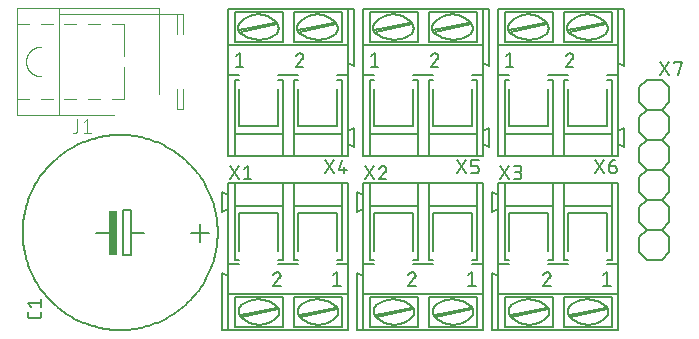
<source format=gbr>
G04 EAGLE Gerber RS-274X export*
G75*
%MOMM*%
%FSLAX34Y34*%
%LPD*%
%INSilkscreen Top*%
%IPPOS*%
%AMOC8*
5,1,8,0,0,1.08239X$1,22.5*%
G01*
%ADD10C,0.152400*%
%ADD11R,0.635000X3.810000*%
%ADD12C,0.127000*%
%ADD13C,0.100000*%
%ADD14C,0.101600*%


D10*
X82550Y83820D02*
X68580Y83820D01*
X97790Y83820D02*
X109220Y83820D01*
X97790Y83820D02*
X97790Y64770D01*
X97790Y102870D02*
X91440Y102870D01*
X91440Y64770D01*
X97790Y64770D01*
X97790Y83820D02*
X97790Y102870D01*
X148590Y83820D02*
X163830Y83820D01*
X156210Y91440D02*
X156210Y76200D01*
X6350Y83820D02*
X6375Y85846D01*
X6449Y87871D01*
X6574Y89893D01*
X6748Y91911D01*
X6971Y93925D01*
X7243Y95933D01*
X7565Y97933D01*
X7936Y99925D01*
X8356Y101907D01*
X8824Y103878D01*
X9340Y105837D01*
X9905Y107783D01*
X10516Y109714D01*
X11176Y111630D01*
X11881Y113529D01*
X12634Y115411D01*
X13432Y117273D01*
X14276Y119115D01*
X15164Y120935D01*
X16097Y122734D01*
X17074Y124509D01*
X18095Y126259D01*
X19157Y127984D01*
X20262Y129682D01*
X21408Y131353D01*
X22595Y132995D01*
X23822Y134607D01*
X25088Y136189D01*
X26392Y137739D01*
X27734Y139257D01*
X29113Y140742D01*
X30528Y142192D01*
X31978Y143607D01*
X33463Y144986D01*
X34981Y146328D01*
X36531Y147632D01*
X38113Y148898D01*
X39725Y150125D01*
X41367Y151312D01*
X43038Y152458D01*
X44736Y153563D01*
X46461Y154625D01*
X48211Y155646D01*
X49986Y156623D01*
X51785Y157556D01*
X53605Y158444D01*
X55447Y159288D01*
X57309Y160086D01*
X59191Y160839D01*
X61090Y161544D01*
X63006Y162204D01*
X64937Y162815D01*
X66883Y163380D01*
X68842Y163896D01*
X70813Y164364D01*
X72795Y164784D01*
X74787Y165155D01*
X76787Y165477D01*
X78795Y165749D01*
X80809Y165972D01*
X82827Y166146D01*
X84849Y166271D01*
X86874Y166345D01*
X88900Y166370D01*
X90926Y166345D01*
X92951Y166271D01*
X94973Y166146D01*
X96991Y165972D01*
X99005Y165749D01*
X101013Y165477D01*
X103013Y165155D01*
X105005Y164784D01*
X106987Y164364D01*
X108958Y163896D01*
X110917Y163380D01*
X112863Y162815D01*
X114794Y162204D01*
X116710Y161544D01*
X118609Y160839D01*
X120491Y160086D01*
X122353Y159288D01*
X124195Y158444D01*
X126015Y157556D01*
X127814Y156623D01*
X129589Y155646D01*
X131339Y154625D01*
X133064Y153563D01*
X134762Y152458D01*
X136433Y151312D01*
X138075Y150125D01*
X139687Y148898D01*
X141269Y147632D01*
X142819Y146328D01*
X144337Y144986D01*
X145822Y143607D01*
X147272Y142192D01*
X148687Y140742D01*
X150066Y139257D01*
X151408Y137739D01*
X152712Y136189D01*
X153978Y134607D01*
X155205Y132995D01*
X156392Y131353D01*
X157538Y129682D01*
X158643Y127984D01*
X159705Y126259D01*
X160726Y124509D01*
X161703Y122734D01*
X162636Y120935D01*
X163524Y119115D01*
X164368Y117273D01*
X165166Y115411D01*
X165919Y113529D01*
X166624Y111630D01*
X167284Y109714D01*
X167895Y107783D01*
X168460Y105837D01*
X168976Y103878D01*
X169444Y101907D01*
X169864Y99925D01*
X170235Y97933D01*
X170557Y95933D01*
X170829Y93925D01*
X171052Y91911D01*
X171226Y89893D01*
X171351Y87871D01*
X171425Y85846D01*
X171450Y83820D01*
X171425Y81794D01*
X171351Y79769D01*
X171226Y77747D01*
X171052Y75729D01*
X170829Y73715D01*
X170557Y71707D01*
X170235Y69707D01*
X169864Y67715D01*
X169444Y65733D01*
X168976Y63762D01*
X168460Y61803D01*
X167895Y59857D01*
X167284Y57926D01*
X166624Y56010D01*
X165919Y54111D01*
X165166Y52229D01*
X164368Y50367D01*
X163524Y48525D01*
X162636Y46705D01*
X161703Y44906D01*
X160726Y43131D01*
X159705Y41381D01*
X158643Y39656D01*
X157538Y37958D01*
X156392Y36287D01*
X155205Y34645D01*
X153978Y33033D01*
X152712Y31451D01*
X151408Y29901D01*
X150066Y28383D01*
X148687Y26898D01*
X147272Y25448D01*
X145822Y24033D01*
X144337Y22654D01*
X142819Y21312D01*
X141269Y20008D01*
X139687Y18742D01*
X138075Y17515D01*
X136433Y16328D01*
X134762Y15182D01*
X133064Y14077D01*
X131339Y13015D01*
X129589Y11994D01*
X127814Y11017D01*
X126015Y10084D01*
X124195Y9196D01*
X122353Y8352D01*
X120491Y7554D01*
X118609Y6801D01*
X116710Y6096D01*
X114794Y5436D01*
X112863Y4825D01*
X110917Y4260D01*
X108958Y3744D01*
X106987Y3276D01*
X105005Y2856D01*
X103013Y2485D01*
X101013Y2163D01*
X99005Y1891D01*
X96991Y1668D01*
X94973Y1494D01*
X92951Y1369D01*
X90926Y1295D01*
X88900Y1270D01*
X86874Y1295D01*
X84849Y1369D01*
X82827Y1494D01*
X80809Y1668D01*
X78795Y1891D01*
X76787Y2163D01*
X74787Y2485D01*
X72795Y2856D01*
X70813Y3276D01*
X68842Y3744D01*
X66883Y4260D01*
X64937Y4825D01*
X63006Y5436D01*
X61090Y6096D01*
X59191Y6801D01*
X57309Y7554D01*
X55447Y8352D01*
X53605Y9196D01*
X51785Y10084D01*
X49986Y11017D01*
X48211Y11994D01*
X46461Y13015D01*
X44736Y14077D01*
X43038Y15182D01*
X41367Y16328D01*
X39725Y17515D01*
X38113Y18742D01*
X36531Y20008D01*
X34981Y21312D01*
X33463Y22654D01*
X31978Y24033D01*
X30528Y25448D01*
X29113Y26898D01*
X27734Y28383D01*
X26392Y29901D01*
X25088Y31451D01*
X23822Y33033D01*
X22595Y34645D01*
X21408Y36287D01*
X20262Y37958D01*
X19157Y39656D01*
X18095Y41381D01*
X17074Y43131D01*
X16097Y44906D01*
X15164Y46705D01*
X14276Y48525D01*
X13432Y50367D01*
X12634Y52229D01*
X11881Y54111D01*
X11176Y56010D01*
X10516Y57926D01*
X9905Y59857D01*
X9340Y61803D01*
X8824Y63762D01*
X8356Y65733D01*
X7936Y67715D01*
X7565Y69707D01*
X7243Y71707D01*
X6971Y73715D01*
X6748Y75729D01*
X6574Y77747D01*
X6449Y79769D01*
X6375Y81794D01*
X6350Y83820D01*
D11*
X83185Y83820D03*
D12*
X22225Y16473D02*
X22225Y13933D01*
X22223Y13833D01*
X22217Y13734D01*
X22207Y13634D01*
X22194Y13536D01*
X22176Y13437D01*
X22155Y13340D01*
X22130Y13244D01*
X22101Y13148D01*
X22068Y13054D01*
X22032Y12961D01*
X21992Y12870D01*
X21948Y12780D01*
X21901Y12692D01*
X21851Y12606D01*
X21797Y12522D01*
X21740Y12440D01*
X21680Y12361D01*
X21616Y12283D01*
X21550Y12209D01*
X21481Y12137D01*
X21409Y12068D01*
X21335Y12002D01*
X21257Y11938D01*
X21178Y11878D01*
X21096Y11821D01*
X21012Y11767D01*
X20926Y11717D01*
X20838Y11670D01*
X20748Y11626D01*
X20657Y11586D01*
X20564Y11550D01*
X20470Y11517D01*
X20374Y11488D01*
X20278Y11463D01*
X20181Y11442D01*
X20082Y11424D01*
X19984Y11411D01*
X19884Y11401D01*
X19785Y11395D01*
X19685Y11393D01*
X13335Y11393D01*
X13235Y11395D01*
X13136Y11401D01*
X13036Y11411D01*
X12938Y11424D01*
X12839Y11442D01*
X12742Y11463D01*
X12646Y11488D01*
X12550Y11517D01*
X12456Y11550D01*
X12363Y11586D01*
X12272Y11626D01*
X12182Y11670D01*
X12094Y11717D01*
X12008Y11767D01*
X11924Y11821D01*
X11842Y11878D01*
X11763Y11938D01*
X11685Y12002D01*
X11611Y12068D01*
X11539Y12137D01*
X11470Y12209D01*
X11404Y12283D01*
X11340Y12361D01*
X11280Y12440D01*
X11223Y12522D01*
X11169Y12606D01*
X11119Y12692D01*
X11072Y12780D01*
X11028Y12870D01*
X10988Y12961D01*
X10952Y13054D01*
X10919Y13148D01*
X10890Y13244D01*
X10865Y13340D01*
X10844Y13437D01*
X10826Y13536D01*
X10813Y13634D01*
X10803Y13734D01*
X10797Y13833D01*
X10795Y13933D01*
X10795Y16473D01*
X13335Y20955D02*
X10795Y24130D01*
X22225Y24130D01*
X22225Y20955D02*
X22225Y27305D01*
D13*
X1720Y183600D02*
X1720Y196600D01*
X1720Y260600D01*
X1720Y273600D01*
X36720Y268600D02*
X36720Y183600D01*
X36720Y268600D02*
X36720Y273600D01*
X36720Y268600D02*
X121720Y268600D01*
X121720Y273600D01*
X1720Y273600D01*
X121720Y268600D02*
X136720Y268600D01*
X141720Y268600D01*
X11720Y260600D02*
X1720Y260600D01*
X21720Y260600D02*
X31720Y260600D01*
X41720Y260600D02*
X51720Y260600D01*
X61720Y260600D02*
X71720Y260600D01*
X81720Y260600D02*
X91720Y260600D01*
X11720Y196600D02*
X1720Y196600D01*
X21720Y196600D02*
X31720Y196600D01*
X41720Y196600D02*
X51720Y196600D01*
X61720Y196600D02*
X71720Y196600D01*
X81720Y196600D02*
X91720Y196600D01*
X91720Y216100D01*
X91720Y223600D01*
X91720Y233600D02*
X91720Y241100D01*
X91720Y260600D01*
X21720Y241100D02*
X21416Y241096D01*
X21111Y241085D01*
X20808Y241067D01*
X20504Y241041D01*
X20202Y241007D01*
X19900Y240967D01*
X19599Y240919D01*
X19300Y240864D01*
X19002Y240801D01*
X18706Y240731D01*
X18411Y240654D01*
X18119Y240570D01*
X17828Y240479D01*
X17540Y240380D01*
X17255Y240275D01*
X16972Y240163D01*
X16691Y240044D01*
X16414Y239918D01*
X16140Y239786D01*
X15870Y239646D01*
X15602Y239501D01*
X15339Y239348D01*
X15079Y239190D01*
X14823Y239025D01*
X14571Y238854D01*
X14324Y238677D01*
X14080Y238494D01*
X13842Y238305D01*
X13608Y238110D01*
X13379Y237910D01*
X13154Y237704D01*
X12935Y237492D01*
X12721Y237276D01*
X12513Y237054D01*
X12309Y236828D01*
X12112Y236596D01*
X11920Y236360D01*
X11734Y236119D01*
X11554Y235873D01*
X11380Y235624D01*
X11212Y235370D01*
X11050Y235112D01*
X10895Y234850D01*
X10746Y234585D01*
X10603Y234316D01*
X10467Y234043D01*
X10338Y233768D01*
X10216Y233489D01*
X10100Y233207D01*
X9991Y232923D01*
X9890Y232636D01*
X9795Y232347D01*
X9707Y232055D01*
X9626Y231762D01*
X9553Y231466D01*
X9487Y231169D01*
X9428Y230870D01*
X9376Y230570D01*
X9332Y230269D01*
X9295Y229967D01*
X9265Y229664D01*
X9243Y229361D01*
X9228Y229057D01*
X9221Y228752D01*
X9221Y228448D01*
X9228Y228143D01*
X9243Y227839D01*
X9265Y227536D01*
X9295Y227233D01*
X9332Y226931D01*
X9376Y226630D01*
X9428Y226330D01*
X9487Y226031D01*
X9553Y225734D01*
X9626Y225438D01*
X9707Y225145D01*
X9795Y224853D01*
X9890Y224564D01*
X9991Y224277D01*
X10100Y223993D01*
X10216Y223711D01*
X10338Y223432D01*
X10467Y223157D01*
X10603Y222884D01*
X10746Y222615D01*
X10895Y222350D01*
X11050Y222088D01*
X11212Y221830D01*
X11380Y221576D01*
X11554Y221327D01*
X11734Y221081D01*
X11920Y220840D01*
X12112Y220604D01*
X12309Y220372D01*
X12513Y220146D01*
X12721Y219924D01*
X12935Y219708D01*
X13154Y219496D01*
X13379Y219290D01*
X13608Y219090D01*
X13842Y218895D01*
X14080Y218706D01*
X14324Y218523D01*
X14571Y218346D01*
X14823Y218175D01*
X15079Y218010D01*
X15339Y217852D01*
X15602Y217699D01*
X15870Y217554D01*
X16140Y217414D01*
X16414Y217282D01*
X16691Y217156D01*
X16972Y217037D01*
X17255Y216925D01*
X17540Y216820D01*
X17828Y216721D01*
X18119Y216630D01*
X18411Y216546D01*
X18706Y216469D01*
X19002Y216399D01*
X19300Y216336D01*
X19599Y216281D01*
X19900Y216233D01*
X20202Y216193D01*
X20504Y216159D01*
X20808Y216133D01*
X21111Y216115D01*
X21416Y216104D01*
X21720Y216100D01*
X136720Y252100D02*
X136720Y268600D01*
X136720Y205100D02*
X136720Y188600D01*
X141720Y188600D02*
X141720Y205100D01*
X141720Y252100D02*
X141720Y268600D01*
X141720Y188600D02*
X136720Y188600D01*
X83620Y183600D02*
X1720Y183600D01*
X121720Y201300D02*
X121720Y268600D01*
D14*
X52663Y179832D02*
X52663Y170744D01*
X52662Y170744D02*
X52660Y170645D01*
X52654Y170545D01*
X52645Y170446D01*
X52632Y170348D01*
X52615Y170250D01*
X52594Y170152D01*
X52569Y170056D01*
X52541Y169961D01*
X52509Y169867D01*
X52474Y169774D01*
X52435Y169682D01*
X52392Y169592D01*
X52347Y169504D01*
X52297Y169417D01*
X52245Y169333D01*
X52189Y169250D01*
X52131Y169170D01*
X52069Y169092D01*
X52004Y169017D01*
X51936Y168944D01*
X51866Y168874D01*
X51793Y168806D01*
X51718Y168741D01*
X51640Y168679D01*
X51560Y168621D01*
X51477Y168565D01*
X51393Y168513D01*
X51306Y168463D01*
X51218Y168418D01*
X51128Y168375D01*
X51036Y168336D01*
X50943Y168301D01*
X50849Y168269D01*
X50754Y168241D01*
X50658Y168216D01*
X50560Y168195D01*
X50462Y168178D01*
X50364Y168165D01*
X50265Y168156D01*
X50165Y168150D01*
X50066Y168148D01*
X48768Y168148D01*
X57936Y177236D02*
X61182Y179832D01*
X61182Y168148D01*
X64427Y168148D02*
X57936Y168148D01*
D10*
X180340Y31750D02*
X180340Y1270D01*
X281940Y1270D01*
X180340Y1270D02*
X175260Y1270D01*
X175260Y49530D01*
X180340Y46990D01*
X180340Y115570D02*
X175260Y118110D01*
X180340Y115570D02*
X180340Y125730D01*
X180340Y104140D02*
X175260Y101600D01*
X180340Y104140D02*
X180340Y115570D01*
X175260Y118110D02*
X175260Y101600D01*
X226568Y106680D02*
X226568Y125730D01*
X185928Y106680D02*
X185928Y60960D01*
X185928Y125730D02*
X226568Y125730D01*
X185928Y125730D02*
X180340Y125730D01*
X235966Y125730D02*
X235966Y106680D01*
X235966Y125730D02*
X226568Y125730D01*
X276606Y106680D02*
X276606Y60960D01*
X276606Y125730D02*
X281940Y125730D01*
X276606Y125730D02*
X235966Y125730D01*
X226568Y106680D02*
X185928Y106680D01*
X226568Y106680D02*
X226568Y60960D01*
X185928Y106680D02*
X185928Y125730D01*
X235966Y106680D02*
X276606Y106680D01*
X235966Y106680D02*
X235966Y60960D01*
X276606Y106680D02*
X276606Y125730D01*
X189738Y100330D02*
X189738Y68580D01*
X189738Y100330D02*
X222758Y100330D01*
X222758Y68580D01*
X239776Y68580D02*
X239776Y100330D01*
X272796Y100330D01*
X272796Y68580D01*
X281940Y57150D02*
X281940Y125730D01*
X281940Y57150D02*
X281940Y31750D01*
X180340Y46990D02*
X180340Y57150D01*
X180340Y104140D01*
X180340Y31750D02*
X281940Y31750D01*
X281940Y1270D01*
X180340Y31750D02*
X180340Y46990D01*
X226568Y29210D02*
X226568Y3810D01*
X185928Y3810D01*
X185928Y29210D01*
X226568Y29210D01*
X235966Y29210D02*
X235966Y3810D01*
X235966Y29210D02*
X276606Y29210D01*
X276606Y3810D01*
X235966Y3810D01*
X191009Y12955D02*
X190899Y13080D01*
X190793Y13207D01*
X190689Y13337D01*
X190589Y13470D01*
X190492Y13604D01*
X190398Y13742D01*
X190308Y13881D01*
X190221Y14023D01*
X190137Y14166D01*
X190057Y14312D01*
X189981Y14460D01*
X189908Y14609D01*
X189839Y14760D01*
X189774Y14913D01*
X189712Y15067D01*
X189654Y15223D01*
X189600Y15380D01*
X189550Y15539D01*
X189503Y15698D01*
X189461Y15859D01*
X189422Y16020D01*
X189387Y16183D01*
X189357Y16346D01*
X189330Y16510D01*
X189307Y16675D01*
X189289Y16840D01*
X189274Y17006D01*
X189263Y17171D01*
X189257Y17338D01*
X189254Y17504D01*
X189255Y17670D01*
X189261Y17836D01*
X189271Y18002D01*
X189284Y18167D01*
X189302Y18333D01*
X189323Y18498D01*
X189349Y18662D01*
X189378Y18825D01*
X189412Y18988D01*
X189449Y19150D01*
X189491Y19311D01*
X189536Y19471D01*
X189585Y19629D01*
X189638Y19787D01*
X189695Y19943D01*
X189756Y20098D01*
X189820Y20251D01*
X189888Y20403D01*
X189960Y20553D01*
X190036Y20701D01*
X190115Y20847D01*
X190197Y20991D01*
X190283Y21133D01*
X190372Y21273D01*
X190465Y21411D01*
X190561Y21547D01*
X190661Y21680D01*
X190763Y21811D01*
X190869Y21939D01*
X190978Y22065D01*
X191090Y22187D01*
X191204Y22308D01*
X191322Y22425D01*
X191443Y22539D01*
X191566Y22651D01*
X191102Y22311D02*
X191583Y22662D01*
X192072Y23002D01*
X192570Y23330D01*
X193075Y23645D01*
X193588Y23948D01*
X194108Y24238D01*
X194635Y24516D01*
X195168Y24780D01*
X195708Y25032D01*
X196254Y25270D01*
X196805Y25495D01*
X197362Y25706D01*
X197924Y25904D01*
X198490Y26088D01*
X199061Y26258D01*
X199636Y26414D01*
X200214Y26556D01*
X200796Y26684D01*
X201380Y26797D01*
X201968Y26897D01*
X202557Y26981D01*
X203148Y27052D01*
X203741Y27108D01*
X204335Y27150D01*
X204930Y27177D01*
X205526Y27189D01*
X206121Y27187D01*
X206717Y27170D01*
X207311Y27139D01*
X207905Y27094D01*
X208498Y27034D01*
X209088Y26959D01*
X209677Y26870D01*
X210264Y26767D01*
X210848Y26649D01*
X211428Y26518D01*
X212006Y26372D01*
X212579Y26212D01*
X213149Y26038D01*
X213714Y25850D01*
X214275Y25648D01*
X214830Y25433D01*
X215380Y25205D01*
X215924Y24963D01*
X216462Y24707D01*
X216994Y24439D01*
X217519Y24158D01*
X218037Y23864D01*
X218547Y23558D01*
X219050Y23239D01*
X219546Y22908D01*
X220032Y22565D01*
X220511Y22210D01*
X220980Y21844D01*
X222504Y13462D02*
X222185Y13078D01*
X221857Y12702D01*
X221520Y12334D01*
X221174Y11974D01*
X220820Y11622D01*
X220457Y11279D01*
X220086Y10946D01*
X219707Y10621D01*
X219320Y10305D01*
X218925Y9999D01*
X218524Y9703D01*
X218115Y9416D01*
X217700Y9140D01*
X217277Y8874D01*
X216849Y8618D01*
X216414Y8372D01*
X215974Y8137D01*
X215528Y7913D01*
X215077Y7699D01*
X214621Y7497D01*
X214160Y7306D01*
X213694Y7126D01*
X213224Y6957D01*
X212750Y6800D01*
X212273Y6654D01*
X211792Y6520D01*
X211308Y6398D01*
X210822Y6287D01*
X210332Y6188D01*
X209841Y6101D01*
X209347Y6026D01*
X208852Y5963D01*
X208356Y5913D01*
X207858Y5874D01*
X207360Y5847D01*
X206861Y5832D01*
X206361Y5829D01*
X205862Y5839D01*
X205364Y5861D01*
X204866Y5894D01*
X204369Y5940D01*
X203873Y5998D01*
X203379Y6067D01*
X202886Y6149D01*
X202396Y6243D01*
X201908Y6348D01*
X201423Y6466D01*
X200941Y6595D01*
X200462Y6735D01*
X199986Y6888D01*
X199515Y7051D01*
X199048Y7226D01*
X198584Y7413D01*
X198126Y7610D01*
X197673Y7819D01*
X197224Y8039D01*
X196782Y8269D01*
X196344Y8510D01*
X195913Y8761D01*
X195488Y9023D01*
X195070Y9296D01*
X194658Y9578D01*
X194254Y9870D01*
X193856Y10172D01*
X193466Y10483D01*
X193083Y10804D01*
X192709Y11134D01*
X192342Y11473D01*
X191984Y11820D01*
X191635Y12177D01*
X191294Y12541D01*
X190962Y12914D01*
X220559Y22203D02*
X220691Y22128D01*
X220821Y22049D01*
X220949Y21967D01*
X221074Y21881D01*
X221198Y21793D01*
X221319Y21701D01*
X221438Y21606D01*
X221554Y21508D01*
X221668Y21408D01*
X221779Y21304D01*
X221887Y21198D01*
X221993Y21088D01*
X222096Y20976D01*
X222196Y20862D01*
X222292Y20745D01*
X222386Y20626D01*
X222477Y20504D01*
X222565Y20380D01*
X222649Y20253D01*
X222731Y20125D01*
X222809Y19995D01*
X222883Y19862D01*
X222954Y19728D01*
X223022Y19592D01*
X223086Y19454D01*
X223147Y19315D01*
X223204Y19174D01*
X223257Y19032D01*
X223307Y18888D01*
X223353Y18744D01*
X223395Y18598D01*
X223434Y18451D01*
X223468Y18303D01*
X223499Y18154D01*
X223527Y18005D01*
X223550Y17854D01*
X223569Y17704D01*
X223585Y17553D01*
X223597Y17401D01*
X223605Y17249D01*
X223608Y17098D01*
X223609Y16946D01*
X223605Y16794D01*
X223597Y16642D01*
X223585Y16491D01*
X223570Y16339D01*
X223551Y16189D01*
X223527Y16039D01*
X223500Y15889D01*
X223470Y15740D01*
X223435Y15592D01*
X223396Y15445D01*
X223354Y15299D01*
X223308Y15155D01*
X223259Y15011D01*
X223205Y14869D01*
X223149Y14728D01*
X223088Y14588D01*
X223024Y14451D01*
X222957Y14315D01*
X222886Y14180D01*
X222811Y14048D01*
X222733Y13917D01*
X222652Y13789D01*
X222568Y13662D01*
X222480Y13538D01*
X222390Y13416D01*
X222296Y13297D01*
X222199Y13180D01*
X222099Y13065D01*
X221996Y12953D01*
X222504Y19050D02*
X192024Y12700D01*
X190754Y13970D02*
X221234Y20320D01*
X241604Y22651D02*
X241481Y22539D01*
X241360Y22425D01*
X241242Y22308D01*
X241128Y22187D01*
X241016Y22065D01*
X240907Y21939D01*
X240801Y21811D01*
X240699Y21680D01*
X240599Y21547D01*
X240503Y21411D01*
X240410Y21273D01*
X240321Y21133D01*
X240235Y20991D01*
X240153Y20847D01*
X240074Y20701D01*
X239998Y20553D01*
X239926Y20403D01*
X239858Y20251D01*
X239794Y20098D01*
X239733Y19943D01*
X239676Y19787D01*
X239623Y19629D01*
X239574Y19471D01*
X239529Y19311D01*
X239487Y19150D01*
X239450Y18988D01*
X239416Y18825D01*
X239387Y18662D01*
X239361Y18498D01*
X239340Y18333D01*
X239322Y18167D01*
X239309Y18002D01*
X239299Y17836D01*
X239293Y17670D01*
X239292Y17504D01*
X239295Y17338D01*
X239301Y17171D01*
X239312Y17006D01*
X239327Y16840D01*
X239345Y16675D01*
X239368Y16510D01*
X239395Y16346D01*
X239425Y16183D01*
X239460Y16020D01*
X239499Y15859D01*
X239541Y15698D01*
X239588Y15539D01*
X239638Y15380D01*
X239692Y15223D01*
X239750Y15067D01*
X239812Y14913D01*
X239877Y14760D01*
X239946Y14609D01*
X240019Y14460D01*
X240095Y14312D01*
X240175Y14166D01*
X240259Y14023D01*
X240346Y13881D01*
X240436Y13742D01*
X240530Y13604D01*
X240627Y13470D01*
X240727Y13337D01*
X240831Y13207D01*
X240937Y13080D01*
X241047Y12955D01*
X241140Y22312D02*
X241621Y22664D01*
X242110Y23003D01*
X242607Y23331D01*
X243112Y23646D01*
X243625Y23949D01*
X244145Y24240D01*
X244672Y24517D01*
X245206Y24782D01*
X245745Y25033D01*
X246291Y25271D01*
X246843Y25496D01*
X247400Y25708D01*
X247961Y25905D01*
X248528Y26089D01*
X249099Y26259D01*
X249673Y26415D01*
X250252Y26557D01*
X250833Y26685D01*
X251418Y26798D01*
X252005Y26898D01*
X252595Y26983D01*
X253186Y27053D01*
X253779Y27109D01*
X254373Y27151D01*
X254968Y27178D01*
X255564Y27190D01*
X256159Y27188D01*
X256754Y27171D01*
X257349Y27140D01*
X257943Y27095D01*
X258535Y27035D01*
X259126Y26960D01*
X259715Y26871D01*
X260302Y26768D01*
X260886Y26650D01*
X261466Y26518D01*
X262044Y26372D01*
X262617Y26212D01*
X263187Y26038D01*
X263752Y25851D01*
X264313Y25649D01*
X264868Y25434D01*
X265418Y25205D01*
X265962Y24963D01*
X266500Y24708D01*
X267032Y24440D01*
X267557Y24159D01*
X268075Y23865D01*
X268585Y23558D01*
X269088Y23239D01*
X269584Y22908D01*
X270070Y22565D01*
X270549Y22211D01*
X271018Y21844D01*
X272542Y13462D02*
X272223Y13078D01*
X271895Y12701D01*
X271558Y12333D01*
X271212Y11973D01*
X270858Y11622D01*
X270495Y11279D01*
X270124Y10945D01*
X269745Y10620D01*
X269358Y10305D01*
X268964Y9998D01*
X268562Y9702D01*
X268153Y9416D01*
X267738Y9139D01*
X267316Y8873D01*
X266887Y8616D01*
X266452Y8371D01*
X266012Y8136D01*
X265566Y7911D01*
X265115Y7698D01*
X264658Y7496D01*
X264197Y7304D01*
X263732Y7124D01*
X263262Y6956D01*
X262788Y6798D01*
X262311Y6653D01*
X261830Y6518D01*
X261346Y6396D01*
X260859Y6285D01*
X260370Y6187D01*
X259878Y6100D01*
X259385Y6025D01*
X258890Y5962D01*
X258393Y5911D01*
X257895Y5872D01*
X257397Y5845D01*
X256898Y5830D01*
X256399Y5827D01*
X255900Y5837D01*
X255401Y5858D01*
X254903Y5892D01*
X254406Y5938D01*
X253910Y5996D01*
X253416Y6065D01*
X252923Y6147D01*
X252433Y6241D01*
X251945Y6346D01*
X251460Y6463D01*
X250977Y6592D01*
X250498Y6733D01*
X250023Y6885D01*
X249552Y7049D01*
X249084Y7224D01*
X248621Y7410D01*
X248162Y7608D01*
X247709Y7817D01*
X247261Y8036D01*
X246818Y8266D01*
X246381Y8507D01*
X245949Y8759D01*
X245524Y9021D01*
X245106Y9293D01*
X244694Y9575D01*
X244289Y9867D01*
X243892Y10169D01*
X243502Y10481D01*
X243119Y10801D01*
X242745Y11131D01*
X242378Y11470D01*
X242020Y11818D01*
X241670Y12174D01*
X241329Y12539D01*
X240997Y12912D01*
X270597Y22203D02*
X270729Y22128D01*
X270859Y22049D01*
X270987Y21967D01*
X271112Y21881D01*
X271236Y21793D01*
X271357Y21701D01*
X271476Y21606D01*
X271592Y21508D01*
X271706Y21408D01*
X271817Y21304D01*
X271925Y21198D01*
X272031Y21088D01*
X272134Y20976D01*
X272234Y20862D01*
X272330Y20745D01*
X272424Y20626D01*
X272515Y20504D01*
X272603Y20380D01*
X272687Y20253D01*
X272769Y20125D01*
X272847Y19995D01*
X272921Y19862D01*
X272992Y19728D01*
X273060Y19592D01*
X273124Y19454D01*
X273185Y19315D01*
X273242Y19174D01*
X273295Y19032D01*
X273345Y18888D01*
X273391Y18744D01*
X273433Y18598D01*
X273472Y18451D01*
X273506Y18303D01*
X273537Y18154D01*
X273565Y18005D01*
X273588Y17854D01*
X273607Y17704D01*
X273623Y17553D01*
X273635Y17401D01*
X273643Y17249D01*
X273646Y17098D01*
X273647Y16946D01*
X273643Y16794D01*
X273635Y16642D01*
X273623Y16491D01*
X273608Y16339D01*
X273589Y16189D01*
X273565Y16039D01*
X273538Y15889D01*
X273508Y15740D01*
X273473Y15592D01*
X273434Y15445D01*
X273392Y15299D01*
X273346Y15155D01*
X273297Y15011D01*
X273243Y14869D01*
X273187Y14728D01*
X273126Y14588D01*
X273062Y14451D01*
X272995Y14315D01*
X272924Y14180D01*
X272849Y14048D01*
X272771Y13917D01*
X272690Y13789D01*
X272606Y13662D01*
X272518Y13538D01*
X272428Y13416D01*
X272334Y13297D01*
X272237Y13180D01*
X272137Y13065D01*
X272034Y12953D01*
X272542Y19050D02*
X242062Y12700D01*
X240792Y13970D02*
X271272Y20320D01*
X272796Y60960D02*
X276606Y60960D01*
X239776Y60960D02*
X235966Y60960D01*
X272796Y57150D02*
X281940Y57150D01*
X239776Y57150D02*
X222758Y57150D01*
X189738Y57150D02*
X180340Y57150D01*
X185928Y60960D02*
X189738Y60960D01*
X222758Y60960D02*
X226568Y60960D01*
D12*
X269113Y47625D02*
X272288Y50165D01*
X272288Y38735D01*
X269113Y38735D02*
X275463Y38735D01*
X224664Y47308D02*
X224662Y47412D01*
X224656Y47517D01*
X224647Y47621D01*
X224634Y47724D01*
X224616Y47827D01*
X224596Y47929D01*
X224571Y48031D01*
X224543Y48131D01*
X224511Y48231D01*
X224475Y48329D01*
X224436Y48426D01*
X224394Y48521D01*
X224348Y48615D01*
X224298Y48707D01*
X224246Y48797D01*
X224190Y48885D01*
X224130Y48971D01*
X224068Y49055D01*
X224003Y49136D01*
X223935Y49215D01*
X223863Y49292D01*
X223790Y49365D01*
X223713Y49437D01*
X223634Y49505D01*
X223553Y49570D01*
X223469Y49632D01*
X223383Y49692D01*
X223295Y49748D01*
X223205Y49800D01*
X223113Y49850D01*
X223019Y49896D01*
X222924Y49938D01*
X222827Y49977D01*
X222729Y50013D01*
X222629Y50045D01*
X222529Y50073D01*
X222427Y50098D01*
X222325Y50118D01*
X222222Y50136D01*
X222119Y50149D01*
X222015Y50158D01*
X221910Y50164D01*
X221806Y50166D01*
X221806Y50165D02*
X221688Y50163D01*
X221569Y50157D01*
X221451Y50148D01*
X221334Y50135D01*
X221217Y50117D01*
X221100Y50097D01*
X220984Y50072D01*
X220869Y50044D01*
X220756Y50011D01*
X220643Y49976D01*
X220531Y49936D01*
X220421Y49894D01*
X220312Y49847D01*
X220204Y49797D01*
X220099Y49744D01*
X219995Y49687D01*
X219893Y49627D01*
X219793Y49564D01*
X219695Y49497D01*
X219599Y49428D01*
X219506Y49355D01*
X219415Y49279D01*
X219326Y49201D01*
X219240Y49119D01*
X219157Y49035D01*
X219076Y48949D01*
X218999Y48859D01*
X218924Y48768D01*
X218852Y48674D01*
X218783Y48577D01*
X218718Y48479D01*
X218655Y48378D01*
X218596Y48275D01*
X218540Y48171D01*
X218488Y48065D01*
X218439Y47957D01*
X218394Y47848D01*
X218352Y47737D01*
X218314Y47625D01*
X223711Y45086D02*
X223787Y45161D01*
X223862Y45240D01*
X223933Y45321D01*
X224002Y45405D01*
X224067Y45491D01*
X224129Y45579D01*
X224189Y45669D01*
X224245Y45761D01*
X224298Y45856D01*
X224347Y45952D01*
X224393Y46050D01*
X224436Y46149D01*
X224475Y46250D01*
X224510Y46352D01*
X224542Y46455D01*
X224570Y46559D01*
X224595Y46664D01*
X224616Y46771D01*
X224633Y46877D01*
X224646Y46984D01*
X224655Y47092D01*
X224661Y47200D01*
X224663Y47308D01*
X223711Y45085D02*
X218313Y38735D01*
X224663Y38735D01*
X181610Y128905D02*
X189230Y140335D01*
X181610Y140335D02*
X189230Y128905D01*
X193675Y137795D02*
X196850Y140335D01*
X196850Y128905D01*
X193675Y128905D02*
X200025Y128905D01*
D10*
X294640Y31750D02*
X294640Y1270D01*
X396240Y1270D01*
X294640Y1270D02*
X289560Y1270D01*
X289560Y49530D01*
X294640Y46990D01*
X294640Y115570D02*
X289560Y118110D01*
X294640Y115570D02*
X294640Y125730D01*
X294640Y104140D02*
X289560Y101600D01*
X294640Y104140D02*
X294640Y115570D01*
X289560Y118110D02*
X289560Y101600D01*
X340868Y106680D02*
X340868Y125730D01*
X300228Y106680D02*
X300228Y60960D01*
X300228Y125730D02*
X340868Y125730D01*
X300228Y125730D02*
X294640Y125730D01*
X350266Y125730D02*
X350266Y106680D01*
X350266Y125730D02*
X340868Y125730D01*
X390906Y106680D02*
X390906Y60960D01*
X390906Y125730D02*
X396240Y125730D01*
X390906Y125730D02*
X350266Y125730D01*
X340868Y106680D02*
X300228Y106680D01*
X340868Y106680D02*
X340868Y60960D01*
X300228Y106680D02*
X300228Y125730D01*
X350266Y106680D02*
X390906Y106680D01*
X350266Y106680D02*
X350266Y60960D01*
X390906Y106680D02*
X390906Y125730D01*
X304038Y100330D02*
X304038Y68580D01*
X304038Y100330D02*
X337058Y100330D01*
X337058Y68580D01*
X354076Y68580D02*
X354076Y100330D01*
X387096Y100330D01*
X387096Y68580D01*
X396240Y57150D02*
X396240Y125730D01*
X396240Y57150D02*
X396240Y31750D01*
X294640Y46990D02*
X294640Y57150D01*
X294640Y104140D01*
X294640Y31750D02*
X396240Y31750D01*
X396240Y1270D01*
X294640Y31750D02*
X294640Y46990D01*
X340868Y29210D02*
X340868Y3810D01*
X300228Y3810D01*
X300228Y29210D01*
X340868Y29210D01*
X350266Y29210D02*
X350266Y3810D01*
X350266Y29210D02*
X390906Y29210D01*
X390906Y3810D01*
X350266Y3810D01*
X305309Y12955D02*
X305199Y13080D01*
X305093Y13207D01*
X304989Y13337D01*
X304889Y13470D01*
X304792Y13604D01*
X304698Y13742D01*
X304608Y13881D01*
X304521Y14023D01*
X304437Y14166D01*
X304357Y14312D01*
X304281Y14460D01*
X304208Y14609D01*
X304139Y14760D01*
X304074Y14913D01*
X304012Y15067D01*
X303954Y15223D01*
X303900Y15380D01*
X303850Y15539D01*
X303803Y15698D01*
X303761Y15859D01*
X303722Y16020D01*
X303687Y16183D01*
X303657Y16346D01*
X303630Y16510D01*
X303607Y16675D01*
X303589Y16840D01*
X303574Y17006D01*
X303563Y17171D01*
X303557Y17338D01*
X303554Y17504D01*
X303555Y17670D01*
X303561Y17836D01*
X303571Y18002D01*
X303584Y18167D01*
X303602Y18333D01*
X303623Y18498D01*
X303649Y18662D01*
X303678Y18825D01*
X303712Y18988D01*
X303749Y19150D01*
X303791Y19311D01*
X303836Y19471D01*
X303885Y19629D01*
X303938Y19787D01*
X303995Y19943D01*
X304056Y20098D01*
X304120Y20251D01*
X304188Y20403D01*
X304260Y20553D01*
X304336Y20701D01*
X304415Y20847D01*
X304497Y20991D01*
X304583Y21133D01*
X304672Y21273D01*
X304765Y21411D01*
X304861Y21547D01*
X304961Y21680D01*
X305063Y21811D01*
X305169Y21939D01*
X305278Y22065D01*
X305390Y22187D01*
X305504Y22308D01*
X305622Y22425D01*
X305743Y22539D01*
X305866Y22651D01*
X305402Y22311D02*
X305883Y22662D01*
X306372Y23002D01*
X306870Y23330D01*
X307375Y23645D01*
X307888Y23948D01*
X308408Y24238D01*
X308935Y24516D01*
X309468Y24780D01*
X310008Y25032D01*
X310554Y25270D01*
X311105Y25495D01*
X311662Y25706D01*
X312224Y25904D01*
X312790Y26088D01*
X313361Y26258D01*
X313936Y26414D01*
X314514Y26556D01*
X315096Y26684D01*
X315680Y26797D01*
X316268Y26897D01*
X316857Y26981D01*
X317448Y27052D01*
X318041Y27108D01*
X318635Y27150D01*
X319230Y27177D01*
X319826Y27189D01*
X320421Y27187D01*
X321017Y27170D01*
X321611Y27139D01*
X322205Y27094D01*
X322798Y27034D01*
X323388Y26959D01*
X323977Y26870D01*
X324564Y26767D01*
X325148Y26649D01*
X325728Y26518D01*
X326306Y26372D01*
X326879Y26212D01*
X327449Y26038D01*
X328014Y25850D01*
X328575Y25648D01*
X329130Y25433D01*
X329680Y25205D01*
X330224Y24963D01*
X330762Y24707D01*
X331294Y24439D01*
X331819Y24158D01*
X332337Y23864D01*
X332847Y23558D01*
X333350Y23239D01*
X333846Y22908D01*
X334332Y22565D01*
X334811Y22210D01*
X335280Y21844D01*
X336804Y13462D02*
X336485Y13078D01*
X336157Y12702D01*
X335820Y12334D01*
X335474Y11974D01*
X335120Y11622D01*
X334757Y11279D01*
X334386Y10946D01*
X334007Y10621D01*
X333620Y10305D01*
X333225Y9999D01*
X332824Y9703D01*
X332415Y9416D01*
X332000Y9140D01*
X331577Y8874D01*
X331149Y8618D01*
X330714Y8372D01*
X330274Y8137D01*
X329828Y7913D01*
X329377Y7699D01*
X328921Y7497D01*
X328460Y7306D01*
X327994Y7126D01*
X327524Y6957D01*
X327050Y6800D01*
X326573Y6654D01*
X326092Y6520D01*
X325608Y6398D01*
X325122Y6287D01*
X324632Y6188D01*
X324141Y6101D01*
X323647Y6026D01*
X323152Y5963D01*
X322656Y5913D01*
X322158Y5874D01*
X321660Y5847D01*
X321161Y5832D01*
X320661Y5829D01*
X320162Y5839D01*
X319664Y5861D01*
X319166Y5894D01*
X318669Y5940D01*
X318173Y5998D01*
X317679Y6067D01*
X317186Y6149D01*
X316696Y6243D01*
X316208Y6348D01*
X315723Y6466D01*
X315241Y6595D01*
X314762Y6735D01*
X314286Y6888D01*
X313815Y7051D01*
X313348Y7226D01*
X312884Y7413D01*
X312426Y7610D01*
X311973Y7819D01*
X311524Y8039D01*
X311082Y8269D01*
X310644Y8510D01*
X310213Y8761D01*
X309788Y9023D01*
X309370Y9296D01*
X308958Y9578D01*
X308554Y9870D01*
X308156Y10172D01*
X307766Y10483D01*
X307383Y10804D01*
X307009Y11134D01*
X306642Y11473D01*
X306284Y11820D01*
X305935Y12177D01*
X305594Y12541D01*
X305262Y12914D01*
X334859Y22203D02*
X334991Y22128D01*
X335121Y22049D01*
X335249Y21967D01*
X335374Y21881D01*
X335498Y21793D01*
X335619Y21701D01*
X335738Y21606D01*
X335854Y21508D01*
X335968Y21408D01*
X336079Y21304D01*
X336187Y21198D01*
X336293Y21088D01*
X336396Y20976D01*
X336496Y20862D01*
X336592Y20745D01*
X336686Y20626D01*
X336777Y20504D01*
X336865Y20380D01*
X336949Y20253D01*
X337031Y20125D01*
X337109Y19995D01*
X337183Y19862D01*
X337254Y19728D01*
X337322Y19592D01*
X337386Y19454D01*
X337447Y19315D01*
X337504Y19174D01*
X337557Y19032D01*
X337607Y18888D01*
X337653Y18744D01*
X337695Y18598D01*
X337734Y18451D01*
X337768Y18303D01*
X337799Y18154D01*
X337827Y18005D01*
X337850Y17854D01*
X337869Y17704D01*
X337885Y17553D01*
X337897Y17401D01*
X337905Y17249D01*
X337908Y17098D01*
X337909Y16946D01*
X337905Y16794D01*
X337897Y16642D01*
X337885Y16491D01*
X337870Y16339D01*
X337851Y16189D01*
X337827Y16039D01*
X337800Y15889D01*
X337770Y15740D01*
X337735Y15592D01*
X337696Y15445D01*
X337654Y15299D01*
X337608Y15155D01*
X337559Y15011D01*
X337505Y14869D01*
X337449Y14728D01*
X337388Y14588D01*
X337324Y14451D01*
X337257Y14315D01*
X337186Y14180D01*
X337111Y14048D01*
X337033Y13917D01*
X336952Y13789D01*
X336868Y13662D01*
X336780Y13538D01*
X336690Y13416D01*
X336596Y13297D01*
X336499Y13180D01*
X336399Y13065D01*
X336296Y12953D01*
X336804Y19050D02*
X306324Y12700D01*
X305054Y13970D02*
X335534Y20320D01*
X355904Y22651D02*
X355781Y22539D01*
X355660Y22425D01*
X355542Y22308D01*
X355428Y22187D01*
X355316Y22065D01*
X355207Y21939D01*
X355101Y21811D01*
X354999Y21680D01*
X354899Y21547D01*
X354803Y21411D01*
X354710Y21273D01*
X354621Y21133D01*
X354535Y20991D01*
X354453Y20847D01*
X354374Y20701D01*
X354298Y20553D01*
X354226Y20403D01*
X354158Y20251D01*
X354094Y20098D01*
X354033Y19943D01*
X353976Y19787D01*
X353923Y19629D01*
X353874Y19471D01*
X353829Y19311D01*
X353787Y19150D01*
X353750Y18988D01*
X353716Y18825D01*
X353687Y18662D01*
X353661Y18498D01*
X353640Y18333D01*
X353622Y18167D01*
X353609Y18002D01*
X353599Y17836D01*
X353593Y17670D01*
X353592Y17504D01*
X353595Y17338D01*
X353601Y17171D01*
X353612Y17006D01*
X353627Y16840D01*
X353645Y16675D01*
X353668Y16510D01*
X353695Y16346D01*
X353725Y16183D01*
X353760Y16020D01*
X353799Y15859D01*
X353841Y15698D01*
X353888Y15539D01*
X353938Y15380D01*
X353992Y15223D01*
X354050Y15067D01*
X354112Y14913D01*
X354177Y14760D01*
X354246Y14609D01*
X354319Y14460D01*
X354395Y14312D01*
X354475Y14166D01*
X354559Y14023D01*
X354646Y13881D01*
X354736Y13742D01*
X354830Y13604D01*
X354927Y13470D01*
X355027Y13337D01*
X355131Y13207D01*
X355237Y13080D01*
X355347Y12955D01*
X355440Y22312D02*
X355921Y22664D01*
X356410Y23003D01*
X356907Y23331D01*
X357412Y23646D01*
X357925Y23949D01*
X358445Y24240D01*
X358972Y24517D01*
X359506Y24782D01*
X360045Y25033D01*
X360591Y25271D01*
X361143Y25496D01*
X361700Y25708D01*
X362261Y25905D01*
X362828Y26089D01*
X363399Y26259D01*
X363973Y26415D01*
X364552Y26557D01*
X365133Y26685D01*
X365718Y26798D01*
X366305Y26898D01*
X366895Y26983D01*
X367486Y27053D01*
X368079Y27109D01*
X368673Y27151D01*
X369268Y27178D01*
X369864Y27190D01*
X370459Y27188D01*
X371054Y27171D01*
X371649Y27140D01*
X372243Y27095D01*
X372835Y27035D01*
X373426Y26960D01*
X374015Y26871D01*
X374602Y26768D01*
X375186Y26650D01*
X375766Y26518D01*
X376344Y26372D01*
X376917Y26212D01*
X377487Y26038D01*
X378052Y25851D01*
X378613Y25649D01*
X379168Y25434D01*
X379718Y25205D01*
X380262Y24963D01*
X380800Y24708D01*
X381332Y24440D01*
X381857Y24159D01*
X382375Y23865D01*
X382885Y23558D01*
X383388Y23239D01*
X383884Y22908D01*
X384370Y22565D01*
X384849Y22211D01*
X385318Y21844D01*
X386842Y13462D02*
X386523Y13078D01*
X386195Y12701D01*
X385858Y12333D01*
X385512Y11973D01*
X385158Y11622D01*
X384795Y11279D01*
X384424Y10945D01*
X384045Y10620D01*
X383658Y10305D01*
X383264Y9998D01*
X382862Y9702D01*
X382453Y9416D01*
X382038Y9139D01*
X381616Y8873D01*
X381187Y8616D01*
X380752Y8371D01*
X380312Y8136D01*
X379866Y7911D01*
X379415Y7698D01*
X378958Y7496D01*
X378497Y7304D01*
X378032Y7124D01*
X377562Y6956D01*
X377088Y6798D01*
X376611Y6653D01*
X376130Y6518D01*
X375646Y6396D01*
X375159Y6285D01*
X374670Y6187D01*
X374178Y6100D01*
X373685Y6025D01*
X373190Y5962D01*
X372693Y5911D01*
X372195Y5872D01*
X371697Y5845D01*
X371198Y5830D01*
X370699Y5827D01*
X370200Y5837D01*
X369701Y5858D01*
X369203Y5892D01*
X368706Y5938D01*
X368210Y5996D01*
X367716Y6065D01*
X367223Y6147D01*
X366733Y6241D01*
X366245Y6346D01*
X365760Y6463D01*
X365277Y6592D01*
X364798Y6733D01*
X364323Y6885D01*
X363852Y7049D01*
X363384Y7224D01*
X362921Y7410D01*
X362462Y7608D01*
X362009Y7817D01*
X361561Y8036D01*
X361118Y8266D01*
X360681Y8507D01*
X360249Y8759D01*
X359824Y9021D01*
X359406Y9293D01*
X358994Y9575D01*
X358589Y9867D01*
X358192Y10169D01*
X357802Y10481D01*
X357419Y10801D01*
X357045Y11131D01*
X356678Y11470D01*
X356320Y11818D01*
X355970Y12174D01*
X355629Y12539D01*
X355297Y12912D01*
X384897Y22203D02*
X385029Y22128D01*
X385159Y22049D01*
X385287Y21967D01*
X385412Y21881D01*
X385536Y21793D01*
X385657Y21701D01*
X385776Y21606D01*
X385892Y21508D01*
X386006Y21408D01*
X386117Y21304D01*
X386225Y21198D01*
X386331Y21088D01*
X386434Y20976D01*
X386534Y20862D01*
X386630Y20745D01*
X386724Y20626D01*
X386815Y20504D01*
X386903Y20380D01*
X386987Y20253D01*
X387069Y20125D01*
X387147Y19995D01*
X387221Y19862D01*
X387292Y19728D01*
X387360Y19592D01*
X387424Y19454D01*
X387485Y19315D01*
X387542Y19174D01*
X387595Y19032D01*
X387645Y18888D01*
X387691Y18744D01*
X387733Y18598D01*
X387772Y18451D01*
X387806Y18303D01*
X387837Y18154D01*
X387865Y18005D01*
X387888Y17854D01*
X387907Y17704D01*
X387923Y17553D01*
X387935Y17401D01*
X387943Y17249D01*
X387946Y17098D01*
X387947Y16946D01*
X387943Y16794D01*
X387935Y16642D01*
X387923Y16491D01*
X387908Y16339D01*
X387889Y16189D01*
X387865Y16039D01*
X387838Y15889D01*
X387808Y15740D01*
X387773Y15592D01*
X387734Y15445D01*
X387692Y15299D01*
X387646Y15155D01*
X387597Y15011D01*
X387543Y14869D01*
X387487Y14728D01*
X387426Y14588D01*
X387362Y14451D01*
X387295Y14315D01*
X387224Y14180D01*
X387149Y14048D01*
X387071Y13917D01*
X386990Y13789D01*
X386906Y13662D01*
X386818Y13538D01*
X386728Y13416D01*
X386634Y13297D01*
X386537Y13180D01*
X386437Y13065D01*
X386334Y12953D01*
X386842Y19050D02*
X356362Y12700D01*
X355092Y13970D02*
X385572Y20320D01*
X387096Y60960D02*
X390906Y60960D01*
X354076Y60960D02*
X350266Y60960D01*
X387096Y57150D02*
X396240Y57150D01*
X354076Y57150D02*
X337058Y57150D01*
X304038Y57150D02*
X294640Y57150D01*
X300228Y60960D02*
X304038Y60960D01*
X337058Y60960D02*
X340868Y60960D01*
D12*
X383413Y47625D02*
X386588Y50165D01*
X386588Y38735D01*
X383413Y38735D02*
X389763Y38735D01*
X338964Y47308D02*
X338962Y47412D01*
X338956Y47517D01*
X338947Y47621D01*
X338934Y47724D01*
X338916Y47827D01*
X338896Y47929D01*
X338871Y48031D01*
X338843Y48131D01*
X338811Y48231D01*
X338775Y48329D01*
X338736Y48426D01*
X338694Y48521D01*
X338648Y48615D01*
X338598Y48707D01*
X338546Y48797D01*
X338490Y48885D01*
X338430Y48971D01*
X338368Y49055D01*
X338303Y49136D01*
X338235Y49215D01*
X338163Y49292D01*
X338090Y49365D01*
X338013Y49437D01*
X337934Y49505D01*
X337853Y49570D01*
X337769Y49632D01*
X337683Y49692D01*
X337595Y49748D01*
X337505Y49800D01*
X337413Y49850D01*
X337319Y49896D01*
X337224Y49938D01*
X337127Y49977D01*
X337029Y50013D01*
X336929Y50045D01*
X336829Y50073D01*
X336727Y50098D01*
X336625Y50118D01*
X336522Y50136D01*
X336419Y50149D01*
X336315Y50158D01*
X336210Y50164D01*
X336106Y50166D01*
X336106Y50165D02*
X335988Y50163D01*
X335869Y50157D01*
X335751Y50148D01*
X335634Y50135D01*
X335517Y50117D01*
X335400Y50097D01*
X335284Y50072D01*
X335169Y50044D01*
X335056Y50011D01*
X334943Y49976D01*
X334831Y49936D01*
X334721Y49894D01*
X334612Y49847D01*
X334504Y49797D01*
X334399Y49744D01*
X334295Y49687D01*
X334193Y49627D01*
X334093Y49564D01*
X333995Y49497D01*
X333899Y49428D01*
X333806Y49355D01*
X333715Y49279D01*
X333626Y49201D01*
X333540Y49119D01*
X333457Y49035D01*
X333376Y48949D01*
X333299Y48859D01*
X333224Y48768D01*
X333152Y48674D01*
X333083Y48577D01*
X333018Y48479D01*
X332955Y48378D01*
X332896Y48275D01*
X332840Y48171D01*
X332788Y48065D01*
X332739Y47957D01*
X332694Y47848D01*
X332652Y47737D01*
X332614Y47625D01*
X338011Y45086D02*
X338087Y45161D01*
X338162Y45240D01*
X338233Y45321D01*
X338302Y45405D01*
X338367Y45491D01*
X338429Y45579D01*
X338489Y45669D01*
X338545Y45761D01*
X338598Y45856D01*
X338647Y45952D01*
X338693Y46050D01*
X338736Y46149D01*
X338775Y46250D01*
X338810Y46352D01*
X338842Y46455D01*
X338870Y46559D01*
X338895Y46664D01*
X338916Y46771D01*
X338933Y46877D01*
X338946Y46984D01*
X338955Y47092D01*
X338961Y47200D01*
X338963Y47308D01*
X338011Y45085D02*
X332613Y38735D01*
X338963Y38735D01*
X295910Y128905D02*
X303530Y140335D01*
X295910Y140335D02*
X303530Y128905D01*
X314326Y137478D02*
X314324Y137582D01*
X314318Y137687D01*
X314309Y137791D01*
X314296Y137894D01*
X314278Y137997D01*
X314258Y138099D01*
X314233Y138201D01*
X314205Y138301D01*
X314173Y138401D01*
X314137Y138499D01*
X314098Y138596D01*
X314056Y138691D01*
X314010Y138785D01*
X313960Y138877D01*
X313908Y138967D01*
X313852Y139055D01*
X313792Y139141D01*
X313730Y139225D01*
X313665Y139306D01*
X313597Y139385D01*
X313525Y139462D01*
X313452Y139535D01*
X313375Y139607D01*
X313296Y139675D01*
X313215Y139740D01*
X313131Y139802D01*
X313045Y139862D01*
X312957Y139918D01*
X312867Y139970D01*
X312775Y140020D01*
X312681Y140066D01*
X312586Y140108D01*
X312489Y140147D01*
X312391Y140183D01*
X312291Y140215D01*
X312191Y140243D01*
X312089Y140268D01*
X311987Y140288D01*
X311884Y140306D01*
X311781Y140319D01*
X311677Y140328D01*
X311572Y140334D01*
X311468Y140336D01*
X311468Y140335D02*
X311350Y140333D01*
X311231Y140327D01*
X311113Y140318D01*
X310996Y140305D01*
X310879Y140287D01*
X310762Y140267D01*
X310646Y140242D01*
X310531Y140214D01*
X310418Y140181D01*
X310305Y140146D01*
X310193Y140106D01*
X310083Y140064D01*
X309974Y140017D01*
X309866Y139967D01*
X309761Y139914D01*
X309657Y139857D01*
X309555Y139797D01*
X309455Y139734D01*
X309357Y139667D01*
X309261Y139598D01*
X309168Y139525D01*
X309077Y139449D01*
X308988Y139371D01*
X308902Y139289D01*
X308819Y139205D01*
X308738Y139119D01*
X308661Y139029D01*
X308586Y138938D01*
X308514Y138844D01*
X308445Y138747D01*
X308380Y138649D01*
X308317Y138548D01*
X308258Y138445D01*
X308202Y138341D01*
X308150Y138235D01*
X308101Y138127D01*
X308056Y138018D01*
X308014Y137907D01*
X307976Y137795D01*
X313373Y135256D02*
X313449Y135331D01*
X313524Y135410D01*
X313595Y135491D01*
X313664Y135575D01*
X313729Y135661D01*
X313791Y135749D01*
X313851Y135839D01*
X313907Y135931D01*
X313960Y136026D01*
X314009Y136122D01*
X314055Y136220D01*
X314098Y136319D01*
X314137Y136420D01*
X314172Y136522D01*
X314204Y136625D01*
X314232Y136729D01*
X314257Y136834D01*
X314278Y136941D01*
X314295Y137047D01*
X314308Y137154D01*
X314317Y137262D01*
X314323Y137370D01*
X314325Y137478D01*
X313373Y135255D02*
X307975Y128905D01*
X314325Y128905D01*
D10*
X408940Y31750D02*
X408940Y1270D01*
X510540Y1270D01*
X408940Y1270D02*
X403860Y1270D01*
X403860Y49530D01*
X408940Y46990D01*
X408940Y115570D02*
X403860Y118110D01*
X408940Y115570D02*
X408940Y125730D01*
X408940Y104140D02*
X403860Y101600D01*
X408940Y104140D02*
X408940Y115570D01*
X403860Y118110D02*
X403860Y101600D01*
X455168Y106680D02*
X455168Y125730D01*
X414528Y106680D02*
X414528Y60960D01*
X414528Y125730D02*
X455168Y125730D01*
X414528Y125730D02*
X408940Y125730D01*
X464566Y125730D02*
X464566Y106680D01*
X464566Y125730D02*
X455168Y125730D01*
X505206Y106680D02*
X505206Y60960D01*
X505206Y125730D02*
X510540Y125730D01*
X505206Y125730D02*
X464566Y125730D01*
X455168Y106680D02*
X414528Y106680D01*
X455168Y106680D02*
X455168Y60960D01*
X414528Y106680D02*
X414528Y125730D01*
X464566Y106680D02*
X505206Y106680D01*
X464566Y106680D02*
X464566Y60960D01*
X505206Y106680D02*
X505206Y125730D01*
X418338Y100330D02*
X418338Y68580D01*
X418338Y100330D02*
X451358Y100330D01*
X451358Y68580D01*
X468376Y68580D02*
X468376Y100330D01*
X501396Y100330D01*
X501396Y68580D01*
X510540Y57150D02*
X510540Y125730D01*
X510540Y57150D02*
X510540Y31750D01*
X408940Y46990D02*
X408940Y57150D01*
X408940Y104140D01*
X408940Y31750D02*
X510540Y31750D01*
X510540Y1270D01*
X408940Y31750D02*
X408940Y46990D01*
X455168Y29210D02*
X455168Y3810D01*
X414528Y3810D01*
X414528Y29210D01*
X455168Y29210D01*
X464566Y29210D02*
X464566Y3810D01*
X464566Y29210D02*
X505206Y29210D01*
X505206Y3810D01*
X464566Y3810D01*
X419609Y12955D02*
X419499Y13080D01*
X419393Y13207D01*
X419289Y13337D01*
X419189Y13470D01*
X419092Y13604D01*
X418998Y13742D01*
X418908Y13881D01*
X418821Y14023D01*
X418737Y14166D01*
X418657Y14312D01*
X418581Y14460D01*
X418508Y14609D01*
X418439Y14760D01*
X418374Y14913D01*
X418312Y15067D01*
X418254Y15223D01*
X418200Y15380D01*
X418150Y15539D01*
X418103Y15698D01*
X418061Y15859D01*
X418022Y16020D01*
X417987Y16183D01*
X417957Y16346D01*
X417930Y16510D01*
X417907Y16675D01*
X417889Y16840D01*
X417874Y17006D01*
X417863Y17171D01*
X417857Y17338D01*
X417854Y17504D01*
X417855Y17670D01*
X417861Y17836D01*
X417871Y18002D01*
X417884Y18167D01*
X417902Y18333D01*
X417923Y18498D01*
X417949Y18662D01*
X417978Y18825D01*
X418012Y18988D01*
X418049Y19150D01*
X418091Y19311D01*
X418136Y19471D01*
X418185Y19629D01*
X418238Y19787D01*
X418295Y19943D01*
X418356Y20098D01*
X418420Y20251D01*
X418488Y20403D01*
X418560Y20553D01*
X418636Y20701D01*
X418715Y20847D01*
X418797Y20991D01*
X418883Y21133D01*
X418972Y21273D01*
X419065Y21411D01*
X419161Y21547D01*
X419261Y21680D01*
X419363Y21811D01*
X419469Y21939D01*
X419578Y22065D01*
X419690Y22187D01*
X419804Y22308D01*
X419922Y22425D01*
X420043Y22539D01*
X420166Y22651D01*
X419702Y22311D02*
X420183Y22662D01*
X420672Y23002D01*
X421170Y23330D01*
X421675Y23645D01*
X422188Y23948D01*
X422708Y24238D01*
X423235Y24516D01*
X423768Y24780D01*
X424308Y25032D01*
X424854Y25270D01*
X425405Y25495D01*
X425962Y25706D01*
X426524Y25904D01*
X427090Y26088D01*
X427661Y26258D01*
X428236Y26414D01*
X428814Y26556D01*
X429396Y26684D01*
X429980Y26797D01*
X430568Y26897D01*
X431157Y26981D01*
X431748Y27052D01*
X432341Y27108D01*
X432935Y27150D01*
X433530Y27177D01*
X434126Y27189D01*
X434721Y27187D01*
X435317Y27170D01*
X435911Y27139D01*
X436505Y27094D01*
X437098Y27034D01*
X437688Y26959D01*
X438277Y26870D01*
X438864Y26767D01*
X439448Y26649D01*
X440028Y26518D01*
X440606Y26372D01*
X441179Y26212D01*
X441749Y26038D01*
X442314Y25850D01*
X442875Y25648D01*
X443430Y25433D01*
X443980Y25205D01*
X444524Y24963D01*
X445062Y24707D01*
X445594Y24439D01*
X446119Y24158D01*
X446637Y23864D01*
X447147Y23558D01*
X447650Y23239D01*
X448146Y22908D01*
X448632Y22565D01*
X449111Y22210D01*
X449580Y21844D01*
X451104Y13462D02*
X450785Y13078D01*
X450457Y12702D01*
X450120Y12334D01*
X449774Y11974D01*
X449420Y11622D01*
X449057Y11279D01*
X448686Y10946D01*
X448307Y10621D01*
X447920Y10305D01*
X447525Y9999D01*
X447124Y9703D01*
X446715Y9416D01*
X446300Y9140D01*
X445877Y8874D01*
X445449Y8618D01*
X445014Y8372D01*
X444574Y8137D01*
X444128Y7913D01*
X443677Y7699D01*
X443221Y7497D01*
X442760Y7306D01*
X442294Y7126D01*
X441824Y6957D01*
X441350Y6800D01*
X440873Y6654D01*
X440392Y6520D01*
X439908Y6398D01*
X439422Y6287D01*
X438932Y6188D01*
X438441Y6101D01*
X437947Y6026D01*
X437452Y5963D01*
X436956Y5913D01*
X436458Y5874D01*
X435960Y5847D01*
X435461Y5832D01*
X434961Y5829D01*
X434462Y5839D01*
X433964Y5861D01*
X433466Y5894D01*
X432969Y5940D01*
X432473Y5998D01*
X431979Y6067D01*
X431486Y6149D01*
X430996Y6243D01*
X430508Y6348D01*
X430023Y6466D01*
X429541Y6595D01*
X429062Y6735D01*
X428586Y6888D01*
X428115Y7051D01*
X427648Y7226D01*
X427184Y7413D01*
X426726Y7610D01*
X426273Y7819D01*
X425824Y8039D01*
X425382Y8269D01*
X424944Y8510D01*
X424513Y8761D01*
X424088Y9023D01*
X423670Y9296D01*
X423258Y9578D01*
X422854Y9870D01*
X422456Y10172D01*
X422066Y10483D01*
X421683Y10804D01*
X421309Y11134D01*
X420942Y11473D01*
X420584Y11820D01*
X420235Y12177D01*
X419894Y12541D01*
X419562Y12914D01*
X449159Y22203D02*
X449291Y22128D01*
X449421Y22049D01*
X449549Y21967D01*
X449674Y21881D01*
X449798Y21793D01*
X449919Y21701D01*
X450038Y21606D01*
X450154Y21508D01*
X450268Y21408D01*
X450379Y21304D01*
X450487Y21198D01*
X450593Y21088D01*
X450696Y20976D01*
X450796Y20862D01*
X450892Y20745D01*
X450986Y20626D01*
X451077Y20504D01*
X451165Y20380D01*
X451249Y20253D01*
X451331Y20125D01*
X451409Y19995D01*
X451483Y19862D01*
X451554Y19728D01*
X451622Y19592D01*
X451686Y19454D01*
X451747Y19315D01*
X451804Y19174D01*
X451857Y19032D01*
X451907Y18888D01*
X451953Y18744D01*
X451995Y18598D01*
X452034Y18451D01*
X452068Y18303D01*
X452099Y18154D01*
X452127Y18005D01*
X452150Y17854D01*
X452169Y17704D01*
X452185Y17553D01*
X452197Y17401D01*
X452205Y17249D01*
X452208Y17098D01*
X452209Y16946D01*
X452205Y16794D01*
X452197Y16642D01*
X452185Y16491D01*
X452170Y16339D01*
X452151Y16189D01*
X452127Y16039D01*
X452100Y15889D01*
X452070Y15740D01*
X452035Y15592D01*
X451996Y15445D01*
X451954Y15299D01*
X451908Y15155D01*
X451859Y15011D01*
X451805Y14869D01*
X451749Y14728D01*
X451688Y14588D01*
X451624Y14451D01*
X451557Y14315D01*
X451486Y14180D01*
X451411Y14048D01*
X451333Y13917D01*
X451252Y13789D01*
X451168Y13662D01*
X451080Y13538D01*
X450990Y13416D01*
X450896Y13297D01*
X450799Y13180D01*
X450699Y13065D01*
X450596Y12953D01*
X451104Y19050D02*
X420624Y12700D01*
X419354Y13970D02*
X449834Y20320D01*
X470204Y22651D02*
X470081Y22539D01*
X469960Y22425D01*
X469842Y22308D01*
X469728Y22187D01*
X469616Y22065D01*
X469507Y21939D01*
X469401Y21811D01*
X469299Y21680D01*
X469199Y21547D01*
X469103Y21411D01*
X469010Y21273D01*
X468921Y21133D01*
X468835Y20991D01*
X468753Y20847D01*
X468674Y20701D01*
X468598Y20553D01*
X468526Y20403D01*
X468458Y20251D01*
X468394Y20098D01*
X468333Y19943D01*
X468276Y19787D01*
X468223Y19629D01*
X468174Y19471D01*
X468129Y19311D01*
X468087Y19150D01*
X468050Y18988D01*
X468016Y18825D01*
X467987Y18662D01*
X467961Y18498D01*
X467940Y18333D01*
X467922Y18167D01*
X467909Y18002D01*
X467899Y17836D01*
X467893Y17670D01*
X467892Y17504D01*
X467895Y17338D01*
X467901Y17171D01*
X467912Y17006D01*
X467927Y16840D01*
X467945Y16675D01*
X467968Y16510D01*
X467995Y16346D01*
X468025Y16183D01*
X468060Y16020D01*
X468099Y15859D01*
X468141Y15698D01*
X468188Y15539D01*
X468238Y15380D01*
X468292Y15223D01*
X468350Y15067D01*
X468412Y14913D01*
X468477Y14760D01*
X468546Y14609D01*
X468619Y14460D01*
X468695Y14312D01*
X468775Y14166D01*
X468859Y14023D01*
X468946Y13881D01*
X469036Y13742D01*
X469130Y13604D01*
X469227Y13470D01*
X469327Y13337D01*
X469431Y13207D01*
X469537Y13080D01*
X469647Y12955D01*
X469740Y22312D02*
X470221Y22664D01*
X470710Y23003D01*
X471207Y23331D01*
X471712Y23646D01*
X472225Y23949D01*
X472745Y24240D01*
X473272Y24517D01*
X473806Y24782D01*
X474345Y25033D01*
X474891Y25271D01*
X475443Y25496D01*
X476000Y25708D01*
X476561Y25905D01*
X477128Y26089D01*
X477699Y26259D01*
X478273Y26415D01*
X478852Y26557D01*
X479433Y26685D01*
X480018Y26798D01*
X480605Y26898D01*
X481195Y26983D01*
X481786Y27053D01*
X482379Y27109D01*
X482973Y27151D01*
X483568Y27178D01*
X484164Y27190D01*
X484759Y27188D01*
X485354Y27171D01*
X485949Y27140D01*
X486543Y27095D01*
X487135Y27035D01*
X487726Y26960D01*
X488315Y26871D01*
X488902Y26768D01*
X489486Y26650D01*
X490066Y26518D01*
X490644Y26372D01*
X491217Y26212D01*
X491787Y26038D01*
X492352Y25851D01*
X492913Y25649D01*
X493468Y25434D01*
X494018Y25205D01*
X494562Y24963D01*
X495100Y24708D01*
X495632Y24440D01*
X496157Y24159D01*
X496675Y23865D01*
X497185Y23558D01*
X497688Y23239D01*
X498184Y22908D01*
X498670Y22565D01*
X499149Y22211D01*
X499618Y21844D01*
X501142Y13462D02*
X500823Y13078D01*
X500495Y12701D01*
X500158Y12333D01*
X499812Y11973D01*
X499458Y11622D01*
X499095Y11279D01*
X498724Y10945D01*
X498345Y10620D01*
X497958Y10305D01*
X497564Y9998D01*
X497162Y9702D01*
X496753Y9416D01*
X496338Y9139D01*
X495916Y8873D01*
X495487Y8616D01*
X495052Y8371D01*
X494612Y8136D01*
X494166Y7911D01*
X493715Y7698D01*
X493258Y7496D01*
X492797Y7304D01*
X492332Y7124D01*
X491862Y6956D01*
X491388Y6798D01*
X490911Y6653D01*
X490430Y6518D01*
X489946Y6396D01*
X489459Y6285D01*
X488970Y6187D01*
X488478Y6100D01*
X487985Y6025D01*
X487490Y5962D01*
X486993Y5911D01*
X486495Y5872D01*
X485997Y5845D01*
X485498Y5830D01*
X484999Y5827D01*
X484500Y5837D01*
X484001Y5858D01*
X483503Y5892D01*
X483006Y5938D01*
X482510Y5996D01*
X482016Y6065D01*
X481523Y6147D01*
X481033Y6241D01*
X480545Y6346D01*
X480060Y6463D01*
X479577Y6592D01*
X479098Y6733D01*
X478623Y6885D01*
X478152Y7049D01*
X477684Y7224D01*
X477221Y7410D01*
X476762Y7608D01*
X476309Y7817D01*
X475861Y8036D01*
X475418Y8266D01*
X474981Y8507D01*
X474549Y8759D01*
X474124Y9021D01*
X473706Y9293D01*
X473294Y9575D01*
X472889Y9867D01*
X472492Y10169D01*
X472102Y10481D01*
X471719Y10801D01*
X471345Y11131D01*
X470978Y11470D01*
X470620Y11818D01*
X470270Y12174D01*
X469929Y12539D01*
X469597Y12912D01*
X499197Y22203D02*
X499329Y22128D01*
X499459Y22049D01*
X499587Y21967D01*
X499712Y21881D01*
X499836Y21793D01*
X499957Y21701D01*
X500076Y21606D01*
X500192Y21508D01*
X500306Y21408D01*
X500417Y21304D01*
X500525Y21198D01*
X500631Y21088D01*
X500734Y20976D01*
X500834Y20862D01*
X500930Y20745D01*
X501024Y20626D01*
X501115Y20504D01*
X501203Y20380D01*
X501287Y20253D01*
X501369Y20125D01*
X501447Y19995D01*
X501521Y19862D01*
X501592Y19728D01*
X501660Y19592D01*
X501724Y19454D01*
X501785Y19315D01*
X501842Y19174D01*
X501895Y19032D01*
X501945Y18888D01*
X501991Y18744D01*
X502033Y18598D01*
X502072Y18451D01*
X502106Y18303D01*
X502137Y18154D01*
X502165Y18005D01*
X502188Y17854D01*
X502207Y17704D01*
X502223Y17553D01*
X502235Y17401D01*
X502243Y17249D01*
X502246Y17098D01*
X502247Y16946D01*
X502243Y16794D01*
X502235Y16642D01*
X502223Y16491D01*
X502208Y16339D01*
X502189Y16189D01*
X502165Y16039D01*
X502138Y15889D01*
X502108Y15740D01*
X502073Y15592D01*
X502034Y15445D01*
X501992Y15299D01*
X501946Y15155D01*
X501897Y15011D01*
X501843Y14869D01*
X501787Y14728D01*
X501726Y14588D01*
X501662Y14451D01*
X501595Y14315D01*
X501524Y14180D01*
X501449Y14048D01*
X501371Y13917D01*
X501290Y13789D01*
X501206Y13662D01*
X501118Y13538D01*
X501028Y13416D01*
X500934Y13297D01*
X500837Y13180D01*
X500737Y13065D01*
X500634Y12953D01*
X501142Y19050D02*
X470662Y12700D01*
X469392Y13970D02*
X499872Y20320D01*
X501396Y60960D02*
X505206Y60960D01*
X468376Y60960D02*
X464566Y60960D01*
X501396Y57150D02*
X510540Y57150D01*
X468376Y57150D02*
X451358Y57150D01*
X418338Y57150D02*
X408940Y57150D01*
X414528Y60960D02*
X418338Y60960D01*
X451358Y60960D02*
X455168Y60960D01*
D12*
X497713Y47625D02*
X500888Y50165D01*
X500888Y38735D01*
X497713Y38735D02*
X504063Y38735D01*
X453264Y47308D02*
X453262Y47412D01*
X453256Y47517D01*
X453247Y47621D01*
X453234Y47724D01*
X453216Y47827D01*
X453196Y47929D01*
X453171Y48031D01*
X453143Y48131D01*
X453111Y48231D01*
X453075Y48329D01*
X453036Y48426D01*
X452994Y48521D01*
X452948Y48615D01*
X452898Y48707D01*
X452846Y48797D01*
X452790Y48885D01*
X452730Y48971D01*
X452668Y49055D01*
X452603Y49136D01*
X452535Y49215D01*
X452463Y49292D01*
X452390Y49365D01*
X452313Y49437D01*
X452234Y49505D01*
X452153Y49570D01*
X452069Y49632D01*
X451983Y49692D01*
X451895Y49748D01*
X451805Y49800D01*
X451713Y49850D01*
X451619Y49896D01*
X451524Y49938D01*
X451427Y49977D01*
X451329Y50013D01*
X451229Y50045D01*
X451129Y50073D01*
X451027Y50098D01*
X450925Y50118D01*
X450822Y50136D01*
X450719Y50149D01*
X450615Y50158D01*
X450510Y50164D01*
X450406Y50166D01*
X450406Y50165D02*
X450288Y50163D01*
X450169Y50157D01*
X450051Y50148D01*
X449934Y50135D01*
X449817Y50117D01*
X449700Y50097D01*
X449584Y50072D01*
X449469Y50044D01*
X449356Y50011D01*
X449243Y49976D01*
X449131Y49936D01*
X449021Y49894D01*
X448912Y49847D01*
X448804Y49797D01*
X448699Y49744D01*
X448595Y49687D01*
X448493Y49627D01*
X448393Y49564D01*
X448295Y49497D01*
X448199Y49428D01*
X448106Y49355D01*
X448015Y49279D01*
X447926Y49201D01*
X447840Y49119D01*
X447757Y49035D01*
X447676Y48949D01*
X447599Y48859D01*
X447524Y48768D01*
X447452Y48674D01*
X447383Y48577D01*
X447318Y48479D01*
X447255Y48378D01*
X447196Y48275D01*
X447140Y48171D01*
X447088Y48065D01*
X447039Y47957D01*
X446994Y47848D01*
X446952Y47737D01*
X446914Y47625D01*
X452311Y45086D02*
X452387Y45161D01*
X452462Y45240D01*
X452533Y45321D01*
X452602Y45405D01*
X452667Y45491D01*
X452729Y45579D01*
X452789Y45669D01*
X452845Y45761D01*
X452898Y45856D01*
X452947Y45952D01*
X452993Y46050D01*
X453036Y46149D01*
X453075Y46250D01*
X453110Y46352D01*
X453142Y46455D01*
X453170Y46559D01*
X453195Y46664D01*
X453216Y46771D01*
X453233Y46877D01*
X453246Y46984D01*
X453255Y47092D01*
X453261Y47200D01*
X453263Y47308D01*
X452311Y45085D02*
X446913Y38735D01*
X453263Y38735D01*
X410210Y128905D02*
X417830Y140335D01*
X410210Y140335D02*
X417830Y128905D01*
X422275Y128905D02*
X425450Y128905D01*
X425561Y128907D01*
X425671Y128913D01*
X425782Y128922D01*
X425892Y128936D01*
X426001Y128953D01*
X426110Y128974D01*
X426218Y128999D01*
X426325Y129028D01*
X426431Y129060D01*
X426536Y129096D01*
X426639Y129136D01*
X426741Y129179D01*
X426842Y129226D01*
X426941Y129277D01*
X427038Y129330D01*
X427132Y129387D01*
X427225Y129448D01*
X427316Y129511D01*
X427405Y129578D01*
X427491Y129648D01*
X427574Y129721D01*
X427656Y129796D01*
X427734Y129874D01*
X427809Y129956D01*
X427882Y130039D01*
X427952Y130125D01*
X428019Y130214D01*
X428082Y130305D01*
X428143Y130398D01*
X428200Y130492D01*
X428253Y130589D01*
X428304Y130688D01*
X428351Y130789D01*
X428394Y130891D01*
X428434Y130994D01*
X428470Y131099D01*
X428502Y131205D01*
X428531Y131312D01*
X428556Y131420D01*
X428577Y131529D01*
X428594Y131638D01*
X428608Y131748D01*
X428617Y131859D01*
X428623Y131969D01*
X428625Y132080D01*
X428623Y132191D01*
X428617Y132301D01*
X428608Y132412D01*
X428594Y132522D01*
X428577Y132631D01*
X428556Y132740D01*
X428531Y132848D01*
X428502Y132955D01*
X428470Y133061D01*
X428434Y133166D01*
X428394Y133269D01*
X428351Y133371D01*
X428304Y133472D01*
X428253Y133571D01*
X428200Y133667D01*
X428143Y133762D01*
X428082Y133855D01*
X428019Y133946D01*
X427952Y134035D01*
X427882Y134121D01*
X427809Y134204D01*
X427734Y134286D01*
X427656Y134364D01*
X427574Y134439D01*
X427491Y134512D01*
X427405Y134582D01*
X427316Y134649D01*
X427225Y134712D01*
X427132Y134773D01*
X427038Y134830D01*
X426941Y134883D01*
X426842Y134934D01*
X426741Y134981D01*
X426639Y135024D01*
X426536Y135064D01*
X426431Y135100D01*
X426325Y135132D01*
X426218Y135161D01*
X426110Y135186D01*
X426001Y135207D01*
X425892Y135224D01*
X425782Y135238D01*
X425671Y135247D01*
X425561Y135253D01*
X425450Y135255D01*
X426085Y140335D02*
X422275Y140335D01*
X426085Y140335D02*
X426185Y140333D01*
X426284Y140327D01*
X426384Y140317D01*
X426482Y140304D01*
X426581Y140286D01*
X426678Y140265D01*
X426774Y140240D01*
X426870Y140211D01*
X426964Y140178D01*
X427057Y140142D01*
X427148Y140102D01*
X427238Y140058D01*
X427326Y140011D01*
X427412Y139961D01*
X427496Y139907D01*
X427578Y139850D01*
X427657Y139790D01*
X427735Y139726D01*
X427809Y139660D01*
X427881Y139591D01*
X427950Y139519D01*
X428016Y139445D01*
X428080Y139367D01*
X428140Y139288D01*
X428197Y139206D01*
X428251Y139122D01*
X428301Y139036D01*
X428348Y138948D01*
X428392Y138858D01*
X428432Y138767D01*
X428468Y138674D01*
X428501Y138580D01*
X428530Y138484D01*
X428555Y138388D01*
X428576Y138291D01*
X428594Y138192D01*
X428607Y138094D01*
X428617Y137994D01*
X428623Y137895D01*
X428625Y137795D01*
X428623Y137695D01*
X428617Y137596D01*
X428607Y137496D01*
X428594Y137398D01*
X428576Y137299D01*
X428555Y137202D01*
X428530Y137106D01*
X428501Y137010D01*
X428468Y136916D01*
X428432Y136823D01*
X428392Y136732D01*
X428348Y136642D01*
X428301Y136554D01*
X428251Y136468D01*
X428197Y136384D01*
X428140Y136302D01*
X428080Y136223D01*
X428016Y136145D01*
X427950Y136071D01*
X427881Y135999D01*
X427809Y135930D01*
X427735Y135864D01*
X427657Y135800D01*
X427578Y135740D01*
X427496Y135683D01*
X427412Y135629D01*
X427326Y135579D01*
X427238Y135532D01*
X427148Y135488D01*
X427057Y135448D01*
X426964Y135412D01*
X426870Y135379D01*
X426774Y135350D01*
X426678Y135325D01*
X426581Y135304D01*
X426482Y135286D01*
X426384Y135273D01*
X426284Y135263D01*
X426185Y135257D01*
X426085Y135255D01*
X423545Y135255D01*
D10*
X281940Y242570D02*
X281940Y273050D01*
X180340Y273050D01*
X281940Y273050D02*
X287020Y273050D01*
X287020Y224790D01*
X281940Y227330D01*
X281940Y158750D02*
X287020Y156210D01*
X281940Y158750D02*
X281940Y148590D01*
X281940Y170180D02*
X287020Y172720D01*
X281940Y170180D02*
X281940Y158750D01*
X287020Y156210D02*
X287020Y172720D01*
X235712Y167640D02*
X235712Y148590D01*
X276352Y167640D02*
X276352Y213360D01*
X276352Y148590D02*
X235712Y148590D01*
X276352Y148590D02*
X281940Y148590D01*
X226314Y148590D02*
X226314Y167640D01*
X226314Y148590D02*
X235712Y148590D01*
X185674Y167640D02*
X185674Y213360D01*
X185674Y148590D02*
X180340Y148590D01*
X185674Y148590D02*
X226314Y148590D01*
X235712Y167640D02*
X276352Y167640D01*
X235712Y167640D02*
X235712Y213360D01*
X276352Y167640D02*
X276352Y148590D01*
X226314Y167640D02*
X185674Y167640D01*
X226314Y167640D02*
X226314Y213360D01*
X185674Y167640D02*
X185674Y148590D01*
X272542Y173990D02*
X272542Y205740D01*
X272542Y173990D02*
X239522Y173990D01*
X239522Y205740D01*
X222504Y205740D02*
X222504Y173990D01*
X189484Y173990D01*
X189484Y205740D01*
X180340Y217170D02*
X180340Y148590D01*
X180340Y217170D02*
X180340Y242570D01*
X281940Y227330D02*
X281940Y217170D01*
X281940Y170180D01*
X281940Y242570D02*
X180340Y242570D01*
X180340Y273050D01*
X281940Y242570D02*
X281940Y227330D01*
X235712Y245110D02*
X235712Y270510D01*
X276352Y270510D01*
X276352Y245110D01*
X235712Y245110D01*
X226314Y245110D02*
X226314Y270510D01*
X226314Y245110D02*
X185674Y245110D01*
X185674Y270510D01*
X226314Y270510D01*
X271271Y261365D02*
X271381Y261240D01*
X271487Y261113D01*
X271591Y260983D01*
X271691Y260850D01*
X271788Y260716D01*
X271882Y260578D01*
X271972Y260439D01*
X272059Y260297D01*
X272143Y260154D01*
X272223Y260008D01*
X272299Y259860D01*
X272372Y259711D01*
X272441Y259560D01*
X272506Y259407D01*
X272568Y259253D01*
X272626Y259097D01*
X272680Y258940D01*
X272730Y258781D01*
X272777Y258622D01*
X272819Y258461D01*
X272858Y258300D01*
X272893Y258137D01*
X272923Y257974D01*
X272950Y257810D01*
X272973Y257645D01*
X272991Y257480D01*
X273006Y257314D01*
X273017Y257149D01*
X273023Y256982D01*
X273026Y256816D01*
X273025Y256650D01*
X273019Y256484D01*
X273009Y256318D01*
X272996Y256153D01*
X272978Y255987D01*
X272957Y255822D01*
X272931Y255658D01*
X272902Y255495D01*
X272868Y255332D01*
X272831Y255170D01*
X272789Y255009D01*
X272744Y254849D01*
X272695Y254691D01*
X272642Y254533D01*
X272585Y254377D01*
X272524Y254222D01*
X272460Y254069D01*
X272392Y253917D01*
X272320Y253767D01*
X272244Y253619D01*
X272165Y253473D01*
X272083Y253329D01*
X271997Y253187D01*
X271908Y253047D01*
X271815Y252909D01*
X271719Y252773D01*
X271619Y252640D01*
X271517Y252509D01*
X271411Y252381D01*
X271302Y252255D01*
X271190Y252133D01*
X271076Y252012D01*
X270958Y251895D01*
X270837Y251781D01*
X270714Y251669D01*
X271178Y252009D02*
X270697Y251658D01*
X270208Y251318D01*
X269710Y250990D01*
X269205Y250675D01*
X268692Y250372D01*
X268172Y250082D01*
X267645Y249804D01*
X267112Y249540D01*
X266572Y249288D01*
X266026Y249050D01*
X265475Y248825D01*
X264918Y248614D01*
X264356Y248416D01*
X263790Y248232D01*
X263219Y248062D01*
X262644Y247906D01*
X262066Y247764D01*
X261484Y247636D01*
X260900Y247523D01*
X260312Y247423D01*
X259723Y247339D01*
X259132Y247268D01*
X258539Y247212D01*
X257945Y247170D01*
X257350Y247143D01*
X256754Y247131D01*
X256159Y247133D01*
X255563Y247150D01*
X254969Y247181D01*
X254375Y247226D01*
X253782Y247286D01*
X253192Y247361D01*
X252603Y247450D01*
X252016Y247553D01*
X251432Y247671D01*
X250852Y247802D01*
X250274Y247948D01*
X249701Y248108D01*
X249131Y248282D01*
X248566Y248470D01*
X248005Y248672D01*
X247450Y248887D01*
X246900Y249115D01*
X246356Y249357D01*
X245818Y249613D01*
X245286Y249881D01*
X244761Y250162D01*
X244243Y250456D01*
X243733Y250762D01*
X243230Y251081D01*
X242734Y251412D01*
X242248Y251755D01*
X241769Y252110D01*
X241300Y252476D01*
X239776Y260858D02*
X240095Y261242D01*
X240423Y261618D01*
X240760Y261986D01*
X241106Y262346D01*
X241460Y262698D01*
X241823Y263041D01*
X242194Y263374D01*
X242573Y263699D01*
X242960Y264015D01*
X243355Y264321D01*
X243756Y264617D01*
X244165Y264904D01*
X244580Y265180D01*
X245003Y265446D01*
X245431Y265702D01*
X245866Y265948D01*
X246306Y266183D01*
X246752Y266407D01*
X247203Y266621D01*
X247659Y266823D01*
X248120Y267014D01*
X248586Y267194D01*
X249056Y267363D01*
X249530Y267520D01*
X250007Y267666D01*
X250488Y267800D01*
X250972Y267922D01*
X251458Y268033D01*
X251948Y268132D01*
X252439Y268219D01*
X252933Y268294D01*
X253428Y268357D01*
X253924Y268407D01*
X254422Y268446D01*
X254920Y268473D01*
X255419Y268488D01*
X255919Y268491D01*
X256418Y268481D01*
X256916Y268459D01*
X257414Y268426D01*
X257911Y268380D01*
X258407Y268322D01*
X258901Y268253D01*
X259394Y268171D01*
X259884Y268077D01*
X260372Y267972D01*
X260857Y267854D01*
X261339Y267725D01*
X261818Y267585D01*
X262294Y267432D01*
X262765Y267269D01*
X263232Y267094D01*
X263696Y266907D01*
X264154Y266710D01*
X264607Y266501D01*
X265056Y266281D01*
X265498Y266051D01*
X265936Y265810D01*
X266367Y265559D01*
X266792Y265297D01*
X267210Y265024D01*
X267622Y264742D01*
X268026Y264450D01*
X268424Y264148D01*
X268814Y263837D01*
X269197Y263516D01*
X269571Y263186D01*
X269938Y262847D01*
X270296Y262500D01*
X270645Y262143D01*
X270986Y261779D01*
X271318Y261406D01*
X241721Y252117D02*
X241589Y252192D01*
X241459Y252271D01*
X241331Y252353D01*
X241206Y252439D01*
X241082Y252527D01*
X240961Y252619D01*
X240842Y252714D01*
X240726Y252812D01*
X240612Y252912D01*
X240501Y253016D01*
X240393Y253122D01*
X240287Y253232D01*
X240184Y253344D01*
X240084Y253458D01*
X239988Y253575D01*
X239894Y253694D01*
X239803Y253816D01*
X239715Y253940D01*
X239631Y254067D01*
X239549Y254195D01*
X239471Y254325D01*
X239397Y254458D01*
X239326Y254592D01*
X239258Y254728D01*
X239194Y254866D01*
X239133Y255005D01*
X239076Y255146D01*
X239023Y255288D01*
X238973Y255432D01*
X238927Y255576D01*
X238885Y255722D01*
X238846Y255869D01*
X238812Y256017D01*
X238781Y256166D01*
X238753Y256315D01*
X238730Y256466D01*
X238711Y256616D01*
X238695Y256767D01*
X238683Y256919D01*
X238675Y257071D01*
X238672Y257222D01*
X238671Y257374D01*
X238675Y257526D01*
X238683Y257678D01*
X238695Y257829D01*
X238710Y257981D01*
X238729Y258131D01*
X238753Y258281D01*
X238780Y258431D01*
X238810Y258580D01*
X238845Y258728D01*
X238884Y258875D01*
X238926Y259021D01*
X238972Y259165D01*
X239021Y259309D01*
X239075Y259451D01*
X239131Y259592D01*
X239192Y259732D01*
X239256Y259869D01*
X239323Y260005D01*
X239394Y260140D01*
X239469Y260272D01*
X239547Y260403D01*
X239628Y260531D01*
X239712Y260658D01*
X239800Y260782D01*
X239890Y260904D01*
X239984Y261023D01*
X240081Y261140D01*
X240181Y261255D01*
X240284Y261367D01*
X239776Y255270D02*
X270256Y261620D01*
X271526Y260350D02*
X241046Y254000D01*
X220676Y251669D02*
X220799Y251781D01*
X220920Y251895D01*
X221038Y252012D01*
X221152Y252133D01*
X221264Y252255D01*
X221373Y252381D01*
X221479Y252509D01*
X221581Y252640D01*
X221681Y252773D01*
X221777Y252909D01*
X221870Y253047D01*
X221959Y253187D01*
X222045Y253329D01*
X222127Y253473D01*
X222206Y253619D01*
X222282Y253767D01*
X222354Y253917D01*
X222422Y254069D01*
X222486Y254222D01*
X222547Y254377D01*
X222604Y254533D01*
X222657Y254691D01*
X222706Y254849D01*
X222751Y255009D01*
X222793Y255170D01*
X222830Y255332D01*
X222864Y255495D01*
X222893Y255658D01*
X222919Y255822D01*
X222940Y255987D01*
X222958Y256153D01*
X222971Y256318D01*
X222981Y256484D01*
X222987Y256650D01*
X222988Y256816D01*
X222985Y256982D01*
X222979Y257149D01*
X222968Y257314D01*
X222953Y257480D01*
X222935Y257645D01*
X222912Y257810D01*
X222885Y257974D01*
X222855Y258137D01*
X222820Y258300D01*
X222781Y258461D01*
X222739Y258622D01*
X222692Y258781D01*
X222642Y258940D01*
X222588Y259097D01*
X222530Y259253D01*
X222468Y259407D01*
X222403Y259560D01*
X222334Y259711D01*
X222261Y259860D01*
X222185Y260008D01*
X222105Y260154D01*
X222021Y260297D01*
X221934Y260439D01*
X221844Y260578D01*
X221750Y260716D01*
X221653Y260850D01*
X221553Y260983D01*
X221449Y261113D01*
X221343Y261240D01*
X221233Y261365D01*
X221140Y252008D02*
X220659Y251656D01*
X220170Y251317D01*
X219673Y250989D01*
X219168Y250674D01*
X218655Y250371D01*
X218135Y250080D01*
X217608Y249803D01*
X217074Y249538D01*
X216535Y249287D01*
X215989Y249049D01*
X215437Y248824D01*
X214880Y248612D01*
X214319Y248415D01*
X213752Y248231D01*
X213181Y248061D01*
X212607Y247905D01*
X212028Y247763D01*
X211447Y247635D01*
X210862Y247522D01*
X210275Y247422D01*
X209685Y247337D01*
X209094Y247267D01*
X208501Y247211D01*
X207907Y247169D01*
X207312Y247142D01*
X206716Y247130D01*
X206121Y247132D01*
X205526Y247149D01*
X204931Y247180D01*
X204337Y247225D01*
X203745Y247285D01*
X203154Y247360D01*
X202565Y247449D01*
X201978Y247552D01*
X201394Y247670D01*
X200814Y247802D01*
X200236Y247948D01*
X199663Y248108D01*
X199093Y248282D01*
X198528Y248469D01*
X197967Y248671D01*
X197412Y248886D01*
X196862Y249115D01*
X196318Y249357D01*
X195780Y249612D01*
X195248Y249880D01*
X194723Y250161D01*
X194205Y250455D01*
X193695Y250762D01*
X193192Y251081D01*
X192696Y251412D01*
X192210Y251755D01*
X191731Y252109D01*
X191262Y252476D01*
X189738Y260858D02*
X190057Y261242D01*
X190385Y261619D01*
X190722Y261987D01*
X191068Y262347D01*
X191422Y262698D01*
X191785Y263041D01*
X192156Y263375D01*
X192535Y263700D01*
X192922Y264015D01*
X193316Y264322D01*
X193718Y264618D01*
X194127Y264904D01*
X194542Y265181D01*
X194964Y265447D01*
X195393Y265704D01*
X195828Y265949D01*
X196268Y266184D01*
X196714Y266409D01*
X197165Y266622D01*
X197622Y266824D01*
X198083Y267016D01*
X198548Y267196D01*
X199018Y267364D01*
X199492Y267522D01*
X199969Y267667D01*
X200450Y267802D01*
X200934Y267924D01*
X201421Y268035D01*
X201910Y268133D01*
X202402Y268220D01*
X202895Y268295D01*
X203390Y268358D01*
X203887Y268409D01*
X204385Y268448D01*
X204883Y268475D01*
X205382Y268490D01*
X205881Y268493D01*
X206380Y268483D01*
X206879Y268462D01*
X207377Y268428D01*
X207874Y268382D01*
X208370Y268324D01*
X208864Y268255D01*
X209357Y268173D01*
X209847Y268079D01*
X210335Y267974D01*
X210820Y267857D01*
X211303Y267728D01*
X211782Y267587D01*
X212257Y267435D01*
X212728Y267271D01*
X213196Y267096D01*
X213659Y266910D01*
X214118Y266712D01*
X214571Y266503D01*
X215019Y266284D01*
X215462Y266054D01*
X215899Y265813D01*
X216331Y265561D01*
X216756Y265299D01*
X217174Y265027D01*
X217586Y264745D01*
X217991Y264453D01*
X218388Y264151D01*
X218778Y263839D01*
X219161Y263519D01*
X219535Y263189D01*
X219902Y262850D01*
X220260Y262502D01*
X220610Y262146D01*
X220951Y261781D01*
X221283Y261408D01*
X191683Y252117D02*
X191551Y252192D01*
X191421Y252271D01*
X191293Y252353D01*
X191168Y252439D01*
X191044Y252527D01*
X190923Y252619D01*
X190804Y252714D01*
X190688Y252812D01*
X190574Y252912D01*
X190463Y253016D01*
X190355Y253122D01*
X190249Y253232D01*
X190146Y253344D01*
X190046Y253458D01*
X189950Y253575D01*
X189856Y253694D01*
X189765Y253816D01*
X189677Y253940D01*
X189593Y254067D01*
X189511Y254195D01*
X189433Y254325D01*
X189359Y254458D01*
X189288Y254592D01*
X189220Y254728D01*
X189156Y254866D01*
X189095Y255005D01*
X189038Y255146D01*
X188985Y255288D01*
X188935Y255432D01*
X188889Y255576D01*
X188847Y255722D01*
X188808Y255869D01*
X188774Y256017D01*
X188743Y256166D01*
X188715Y256315D01*
X188692Y256466D01*
X188673Y256616D01*
X188657Y256767D01*
X188645Y256919D01*
X188637Y257071D01*
X188634Y257222D01*
X188633Y257374D01*
X188637Y257526D01*
X188645Y257678D01*
X188657Y257829D01*
X188672Y257981D01*
X188691Y258131D01*
X188715Y258281D01*
X188742Y258431D01*
X188772Y258580D01*
X188807Y258728D01*
X188846Y258875D01*
X188888Y259021D01*
X188934Y259165D01*
X188983Y259309D01*
X189037Y259451D01*
X189093Y259592D01*
X189154Y259732D01*
X189218Y259869D01*
X189285Y260005D01*
X189356Y260140D01*
X189431Y260272D01*
X189509Y260403D01*
X189590Y260531D01*
X189674Y260658D01*
X189762Y260782D01*
X189852Y260904D01*
X189946Y261023D01*
X190043Y261140D01*
X190143Y261255D01*
X190246Y261367D01*
X189738Y255270D02*
X220218Y261620D01*
X221488Y260350D02*
X191008Y254000D01*
X189484Y213360D02*
X185674Y213360D01*
X222504Y213360D02*
X226314Y213360D01*
X189484Y217170D02*
X180340Y217170D01*
X222504Y217170D02*
X239522Y217170D01*
X272542Y217170D02*
X281940Y217170D01*
X276352Y213360D02*
X272542Y213360D01*
X239522Y213360D02*
X235712Y213360D01*
D12*
X189992Y235585D02*
X186817Y233045D01*
X189992Y235585D02*
X189992Y224155D01*
X186817Y224155D02*
X193167Y224155D01*
X241110Y235586D02*
X241214Y235584D01*
X241319Y235578D01*
X241423Y235569D01*
X241526Y235556D01*
X241629Y235538D01*
X241731Y235518D01*
X241833Y235493D01*
X241933Y235465D01*
X242033Y235433D01*
X242131Y235397D01*
X242228Y235358D01*
X242323Y235316D01*
X242417Y235270D01*
X242509Y235220D01*
X242599Y235168D01*
X242687Y235112D01*
X242773Y235052D01*
X242857Y234990D01*
X242938Y234925D01*
X243017Y234857D01*
X243094Y234785D01*
X243167Y234712D01*
X243239Y234635D01*
X243307Y234556D01*
X243372Y234475D01*
X243434Y234391D01*
X243494Y234305D01*
X243550Y234217D01*
X243602Y234127D01*
X243652Y234035D01*
X243698Y233941D01*
X243740Y233846D01*
X243779Y233749D01*
X243815Y233651D01*
X243847Y233551D01*
X243875Y233451D01*
X243900Y233349D01*
X243920Y233247D01*
X243938Y233144D01*
X243951Y233041D01*
X243960Y232937D01*
X243966Y232832D01*
X243968Y232728D01*
X241110Y235585D02*
X240992Y235583D01*
X240873Y235577D01*
X240755Y235568D01*
X240638Y235555D01*
X240521Y235537D01*
X240404Y235517D01*
X240288Y235492D01*
X240173Y235464D01*
X240060Y235431D01*
X239947Y235396D01*
X239835Y235356D01*
X239725Y235314D01*
X239616Y235267D01*
X239508Y235217D01*
X239403Y235164D01*
X239299Y235107D01*
X239197Y235047D01*
X239097Y234984D01*
X238999Y234917D01*
X238903Y234848D01*
X238810Y234775D01*
X238719Y234699D01*
X238630Y234621D01*
X238544Y234539D01*
X238461Y234455D01*
X238380Y234369D01*
X238303Y234279D01*
X238228Y234188D01*
X238156Y234094D01*
X238087Y233997D01*
X238022Y233899D01*
X237959Y233798D01*
X237900Y233695D01*
X237844Y233591D01*
X237792Y233485D01*
X237743Y233377D01*
X237698Y233268D01*
X237656Y233157D01*
X237618Y233045D01*
X243015Y230506D02*
X243091Y230581D01*
X243166Y230660D01*
X243237Y230741D01*
X243306Y230825D01*
X243371Y230911D01*
X243433Y230999D01*
X243493Y231089D01*
X243549Y231181D01*
X243602Y231276D01*
X243651Y231372D01*
X243697Y231470D01*
X243740Y231569D01*
X243779Y231670D01*
X243814Y231772D01*
X243846Y231875D01*
X243874Y231979D01*
X243899Y232084D01*
X243920Y232191D01*
X243937Y232297D01*
X243950Y232404D01*
X243959Y232512D01*
X243965Y232620D01*
X243967Y232728D01*
X243015Y230505D02*
X237617Y224155D01*
X243967Y224155D01*
X269875Y145415D02*
X262255Y133985D01*
X269875Y133985D02*
X262255Y145415D01*
X276860Y145415D02*
X274320Y136525D01*
X280670Y136525D01*
X278765Y139065D02*
X278765Y133985D01*
D10*
X396240Y242570D02*
X396240Y273050D01*
X294640Y273050D01*
X396240Y273050D02*
X401320Y273050D01*
X401320Y224790D01*
X396240Y227330D01*
X396240Y158750D02*
X401320Y156210D01*
X396240Y158750D02*
X396240Y148590D01*
X396240Y170180D02*
X401320Y172720D01*
X396240Y170180D02*
X396240Y158750D01*
X401320Y156210D02*
X401320Y172720D01*
X350012Y167640D02*
X350012Y148590D01*
X390652Y167640D02*
X390652Y213360D01*
X390652Y148590D02*
X350012Y148590D01*
X390652Y148590D02*
X396240Y148590D01*
X340614Y148590D02*
X340614Y167640D01*
X340614Y148590D02*
X350012Y148590D01*
X299974Y167640D02*
X299974Y213360D01*
X299974Y148590D02*
X294640Y148590D01*
X299974Y148590D02*
X340614Y148590D01*
X350012Y167640D02*
X390652Y167640D01*
X350012Y167640D02*
X350012Y213360D01*
X390652Y167640D02*
X390652Y148590D01*
X340614Y167640D02*
X299974Y167640D01*
X340614Y167640D02*
X340614Y213360D01*
X299974Y167640D02*
X299974Y148590D01*
X386842Y173990D02*
X386842Y205740D01*
X386842Y173990D02*
X353822Y173990D01*
X353822Y205740D01*
X336804Y205740D02*
X336804Y173990D01*
X303784Y173990D01*
X303784Y205740D01*
X294640Y217170D02*
X294640Y148590D01*
X294640Y217170D02*
X294640Y242570D01*
X396240Y227330D02*
X396240Y217170D01*
X396240Y170180D01*
X396240Y242570D02*
X294640Y242570D01*
X294640Y273050D01*
X396240Y242570D02*
X396240Y227330D01*
X350012Y245110D02*
X350012Y270510D01*
X390652Y270510D01*
X390652Y245110D01*
X350012Y245110D01*
X340614Y245110D02*
X340614Y270510D01*
X340614Y245110D02*
X299974Y245110D01*
X299974Y270510D01*
X340614Y270510D01*
X385571Y261365D02*
X385681Y261240D01*
X385787Y261113D01*
X385891Y260983D01*
X385991Y260850D01*
X386088Y260716D01*
X386182Y260578D01*
X386272Y260439D01*
X386359Y260297D01*
X386443Y260154D01*
X386523Y260008D01*
X386599Y259860D01*
X386672Y259711D01*
X386741Y259560D01*
X386806Y259407D01*
X386868Y259253D01*
X386926Y259097D01*
X386980Y258940D01*
X387030Y258781D01*
X387077Y258622D01*
X387119Y258461D01*
X387158Y258300D01*
X387193Y258137D01*
X387223Y257974D01*
X387250Y257810D01*
X387273Y257645D01*
X387291Y257480D01*
X387306Y257314D01*
X387317Y257149D01*
X387323Y256982D01*
X387326Y256816D01*
X387325Y256650D01*
X387319Y256484D01*
X387309Y256318D01*
X387296Y256153D01*
X387278Y255987D01*
X387257Y255822D01*
X387231Y255658D01*
X387202Y255495D01*
X387168Y255332D01*
X387131Y255170D01*
X387089Y255009D01*
X387044Y254849D01*
X386995Y254691D01*
X386942Y254533D01*
X386885Y254377D01*
X386824Y254222D01*
X386760Y254069D01*
X386692Y253917D01*
X386620Y253767D01*
X386544Y253619D01*
X386465Y253473D01*
X386383Y253329D01*
X386297Y253187D01*
X386208Y253047D01*
X386115Y252909D01*
X386019Y252773D01*
X385919Y252640D01*
X385817Y252509D01*
X385711Y252381D01*
X385602Y252255D01*
X385490Y252133D01*
X385376Y252012D01*
X385258Y251895D01*
X385137Y251781D01*
X385014Y251669D01*
X385478Y252009D02*
X384997Y251658D01*
X384508Y251318D01*
X384010Y250990D01*
X383505Y250675D01*
X382992Y250372D01*
X382472Y250082D01*
X381945Y249804D01*
X381412Y249540D01*
X380872Y249288D01*
X380326Y249050D01*
X379775Y248825D01*
X379218Y248614D01*
X378656Y248416D01*
X378090Y248232D01*
X377519Y248062D01*
X376944Y247906D01*
X376366Y247764D01*
X375784Y247636D01*
X375200Y247523D01*
X374612Y247423D01*
X374023Y247339D01*
X373432Y247268D01*
X372839Y247212D01*
X372245Y247170D01*
X371650Y247143D01*
X371054Y247131D01*
X370459Y247133D01*
X369863Y247150D01*
X369269Y247181D01*
X368675Y247226D01*
X368082Y247286D01*
X367492Y247361D01*
X366903Y247450D01*
X366316Y247553D01*
X365732Y247671D01*
X365152Y247802D01*
X364574Y247948D01*
X364001Y248108D01*
X363431Y248282D01*
X362866Y248470D01*
X362305Y248672D01*
X361750Y248887D01*
X361200Y249115D01*
X360656Y249357D01*
X360118Y249613D01*
X359586Y249881D01*
X359061Y250162D01*
X358543Y250456D01*
X358033Y250762D01*
X357530Y251081D01*
X357034Y251412D01*
X356548Y251755D01*
X356069Y252110D01*
X355600Y252476D01*
X354076Y260858D02*
X354395Y261242D01*
X354723Y261618D01*
X355060Y261986D01*
X355406Y262346D01*
X355760Y262698D01*
X356123Y263041D01*
X356494Y263374D01*
X356873Y263699D01*
X357260Y264015D01*
X357655Y264321D01*
X358056Y264617D01*
X358465Y264904D01*
X358880Y265180D01*
X359303Y265446D01*
X359731Y265702D01*
X360166Y265948D01*
X360606Y266183D01*
X361052Y266407D01*
X361503Y266621D01*
X361959Y266823D01*
X362420Y267014D01*
X362886Y267194D01*
X363356Y267363D01*
X363830Y267520D01*
X364307Y267666D01*
X364788Y267800D01*
X365272Y267922D01*
X365758Y268033D01*
X366248Y268132D01*
X366739Y268219D01*
X367233Y268294D01*
X367728Y268357D01*
X368224Y268407D01*
X368722Y268446D01*
X369220Y268473D01*
X369719Y268488D01*
X370219Y268491D01*
X370718Y268481D01*
X371216Y268459D01*
X371714Y268426D01*
X372211Y268380D01*
X372707Y268322D01*
X373201Y268253D01*
X373694Y268171D01*
X374184Y268077D01*
X374672Y267972D01*
X375157Y267854D01*
X375639Y267725D01*
X376118Y267585D01*
X376594Y267432D01*
X377065Y267269D01*
X377532Y267094D01*
X377996Y266907D01*
X378454Y266710D01*
X378907Y266501D01*
X379356Y266281D01*
X379798Y266051D01*
X380236Y265810D01*
X380667Y265559D01*
X381092Y265297D01*
X381510Y265024D01*
X381922Y264742D01*
X382326Y264450D01*
X382724Y264148D01*
X383114Y263837D01*
X383497Y263516D01*
X383871Y263186D01*
X384238Y262847D01*
X384596Y262500D01*
X384945Y262143D01*
X385286Y261779D01*
X385618Y261406D01*
X356021Y252117D02*
X355889Y252192D01*
X355759Y252271D01*
X355631Y252353D01*
X355506Y252439D01*
X355382Y252527D01*
X355261Y252619D01*
X355142Y252714D01*
X355026Y252812D01*
X354912Y252912D01*
X354801Y253016D01*
X354693Y253122D01*
X354587Y253232D01*
X354484Y253344D01*
X354384Y253458D01*
X354288Y253575D01*
X354194Y253694D01*
X354103Y253816D01*
X354015Y253940D01*
X353931Y254067D01*
X353849Y254195D01*
X353771Y254325D01*
X353697Y254458D01*
X353626Y254592D01*
X353558Y254728D01*
X353494Y254866D01*
X353433Y255005D01*
X353376Y255146D01*
X353323Y255288D01*
X353273Y255432D01*
X353227Y255576D01*
X353185Y255722D01*
X353146Y255869D01*
X353112Y256017D01*
X353081Y256166D01*
X353053Y256315D01*
X353030Y256466D01*
X353011Y256616D01*
X352995Y256767D01*
X352983Y256919D01*
X352975Y257071D01*
X352972Y257222D01*
X352971Y257374D01*
X352975Y257526D01*
X352983Y257678D01*
X352995Y257829D01*
X353010Y257981D01*
X353029Y258131D01*
X353053Y258281D01*
X353080Y258431D01*
X353110Y258580D01*
X353145Y258728D01*
X353184Y258875D01*
X353226Y259021D01*
X353272Y259165D01*
X353321Y259309D01*
X353375Y259451D01*
X353431Y259592D01*
X353492Y259732D01*
X353556Y259869D01*
X353623Y260005D01*
X353694Y260140D01*
X353769Y260272D01*
X353847Y260403D01*
X353928Y260531D01*
X354012Y260658D01*
X354100Y260782D01*
X354190Y260904D01*
X354284Y261023D01*
X354381Y261140D01*
X354481Y261255D01*
X354584Y261367D01*
X354076Y255270D02*
X384556Y261620D01*
X385826Y260350D02*
X355346Y254000D01*
X334976Y251669D02*
X335099Y251781D01*
X335220Y251895D01*
X335338Y252012D01*
X335452Y252133D01*
X335564Y252255D01*
X335673Y252381D01*
X335779Y252509D01*
X335881Y252640D01*
X335981Y252773D01*
X336077Y252909D01*
X336170Y253047D01*
X336259Y253187D01*
X336345Y253329D01*
X336427Y253473D01*
X336506Y253619D01*
X336582Y253767D01*
X336654Y253917D01*
X336722Y254069D01*
X336786Y254222D01*
X336847Y254377D01*
X336904Y254533D01*
X336957Y254691D01*
X337006Y254849D01*
X337051Y255009D01*
X337093Y255170D01*
X337130Y255332D01*
X337164Y255495D01*
X337193Y255658D01*
X337219Y255822D01*
X337240Y255987D01*
X337258Y256153D01*
X337271Y256318D01*
X337281Y256484D01*
X337287Y256650D01*
X337288Y256816D01*
X337285Y256982D01*
X337279Y257149D01*
X337268Y257314D01*
X337253Y257480D01*
X337235Y257645D01*
X337212Y257810D01*
X337185Y257974D01*
X337155Y258137D01*
X337120Y258300D01*
X337081Y258461D01*
X337039Y258622D01*
X336992Y258781D01*
X336942Y258940D01*
X336888Y259097D01*
X336830Y259253D01*
X336768Y259407D01*
X336703Y259560D01*
X336634Y259711D01*
X336561Y259860D01*
X336485Y260008D01*
X336405Y260154D01*
X336321Y260297D01*
X336234Y260439D01*
X336144Y260578D01*
X336050Y260716D01*
X335953Y260850D01*
X335853Y260983D01*
X335749Y261113D01*
X335643Y261240D01*
X335533Y261365D01*
X335440Y252008D02*
X334959Y251656D01*
X334470Y251317D01*
X333973Y250989D01*
X333468Y250674D01*
X332955Y250371D01*
X332435Y250080D01*
X331908Y249803D01*
X331374Y249538D01*
X330835Y249287D01*
X330289Y249049D01*
X329737Y248824D01*
X329180Y248612D01*
X328619Y248415D01*
X328052Y248231D01*
X327481Y248061D01*
X326907Y247905D01*
X326328Y247763D01*
X325747Y247635D01*
X325162Y247522D01*
X324575Y247422D01*
X323985Y247337D01*
X323394Y247267D01*
X322801Y247211D01*
X322207Y247169D01*
X321612Y247142D01*
X321016Y247130D01*
X320421Y247132D01*
X319826Y247149D01*
X319231Y247180D01*
X318637Y247225D01*
X318045Y247285D01*
X317454Y247360D01*
X316865Y247449D01*
X316278Y247552D01*
X315694Y247670D01*
X315114Y247802D01*
X314536Y247948D01*
X313963Y248108D01*
X313393Y248282D01*
X312828Y248469D01*
X312267Y248671D01*
X311712Y248886D01*
X311162Y249115D01*
X310618Y249357D01*
X310080Y249612D01*
X309548Y249880D01*
X309023Y250161D01*
X308505Y250455D01*
X307995Y250762D01*
X307492Y251081D01*
X306996Y251412D01*
X306510Y251755D01*
X306031Y252109D01*
X305562Y252476D01*
X304038Y260858D02*
X304357Y261242D01*
X304685Y261619D01*
X305022Y261987D01*
X305368Y262347D01*
X305722Y262698D01*
X306085Y263041D01*
X306456Y263375D01*
X306835Y263700D01*
X307222Y264015D01*
X307616Y264322D01*
X308018Y264618D01*
X308427Y264904D01*
X308842Y265181D01*
X309264Y265447D01*
X309693Y265704D01*
X310128Y265949D01*
X310568Y266184D01*
X311014Y266409D01*
X311465Y266622D01*
X311922Y266824D01*
X312383Y267016D01*
X312848Y267196D01*
X313318Y267364D01*
X313792Y267522D01*
X314269Y267667D01*
X314750Y267802D01*
X315234Y267924D01*
X315721Y268035D01*
X316210Y268133D01*
X316702Y268220D01*
X317195Y268295D01*
X317690Y268358D01*
X318187Y268409D01*
X318685Y268448D01*
X319183Y268475D01*
X319682Y268490D01*
X320181Y268493D01*
X320680Y268483D01*
X321179Y268462D01*
X321677Y268428D01*
X322174Y268382D01*
X322670Y268324D01*
X323164Y268255D01*
X323657Y268173D01*
X324147Y268079D01*
X324635Y267974D01*
X325120Y267857D01*
X325603Y267728D01*
X326082Y267587D01*
X326557Y267435D01*
X327028Y267271D01*
X327496Y267096D01*
X327959Y266910D01*
X328418Y266712D01*
X328871Y266503D01*
X329319Y266284D01*
X329762Y266054D01*
X330199Y265813D01*
X330631Y265561D01*
X331056Y265299D01*
X331474Y265027D01*
X331886Y264745D01*
X332291Y264453D01*
X332688Y264151D01*
X333078Y263839D01*
X333461Y263519D01*
X333835Y263189D01*
X334202Y262850D01*
X334560Y262502D01*
X334910Y262146D01*
X335251Y261781D01*
X335583Y261408D01*
X305983Y252117D02*
X305851Y252192D01*
X305721Y252271D01*
X305593Y252353D01*
X305468Y252439D01*
X305344Y252527D01*
X305223Y252619D01*
X305104Y252714D01*
X304988Y252812D01*
X304874Y252912D01*
X304763Y253016D01*
X304655Y253122D01*
X304549Y253232D01*
X304446Y253344D01*
X304346Y253458D01*
X304250Y253575D01*
X304156Y253694D01*
X304065Y253816D01*
X303977Y253940D01*
X303893Y254067D01*
X303811Y254195D01*
X303733Y254325D01*
X303659Y254458D01*
X303588Y254592D01*
X303520Y254728D01*
X303456Y254866D01*
X303395Y255005D01*
X303338Y255146D01*
X303285Y255288D01*
X303235Y255432D01*
X303189Y255576D01*
X303147Y255722D01*
X303108Y255869D01*
X303074Y256017D01*
X303043Y256166D01*
X303015Y256315D01*
X302992Y256466D01*
X302973Y256616D01*
X302957Y256767D01*
X302945Y256919D01*
X302937Y257071D01*
X302934Y257222D01*
X302933Y257374D01*
X302937Y257526D01*
X302945Y257678D01*
X302957Y257829D01*
X302972Y257981D01*
X302991Y258131D01*
X303015Y258281D01*
X303042Y258431D01*
X303072Y258580D01*
X303107Y258728D01*
X303146Y258875D01*
X303188Y259021D01*
X303234Y259165D01*
X303283Y259309D01*
X303337Y259451D01*
X303393Y259592D01*
X303454Y259732D01*
X303518Y259869D01*
X303585Y260005D01*
X303656Y260140D01*
X303731Y260272D01*
X303809Y260403D01*
X303890Y260531D01*
X303974Y260658D01*
X304062Y260782D01*
X304152Y260904D01*
X304246Y261023D01*
X304343Y261140D01*
X304443Y261255D01*
X304546Y261367D01*
X304038Y255270D02*
X334518Y261620D01*
X335788Y260350D02*
X305308Y254000D01*
X303784Y213360D02*
X299974Y213360D01*
X336804Y213360D02*
X340614Y213360D01*
X303784Y217170D02*
X294640Y217170D01*
X336804Y217170D02*
X353822Y217170D01*
X386842Y217170D02*
X396240Y217170D01*
X390652Y213360D02*
X386842Y213360D01*
X353822Y213360D02*
X350012Y213360D01*
D12*
X304292Y235585D02*
X301117Y233045D01*
X304292Y235585D02*
X304292Y224155D01*
X301117Y224155D02*
X307467Y224155D01*
X355410Y235586D02*
X355514Y235584D01*
X355619Y235578D01*
X355723Y235569D01*
X355826Y235556D01*
X355929Y235538D01*
X356031Y235518D01*
X356133Y235493D01*
X356233Y235465D01*
X356333Y235433D01*
X356431Y235397D01*
X356528Y235358D01*
X356623Y235316D01*
X356717Y235270D01*
X356809Y235220D01*
X356899Y235168D01*
X356987Y235112D01*
X357073Y235052D01*
X357157Y234990D01*
X357238Y234925D01*
X357317Y234857D01*
X357394Y234785D01*
X357467Y234712D01*
X357539Y234635D01*
X357607Y234556D01*
X357672Y234475D01*
X357734Y234391D01*
X357794Y234305D01*
X357850Y234217D01*
X357902Y234127D01*
X357952Y234035D01*
X357998Y233941D01*
X358040Y233846D01*
X358079Y233749D01*
X358115Y233651D01*
X358147Y233551D01*
X358175Y233451D01*
X358200Y233349D01*
X358220Y233247D01*
X358238Y233144D01*
X358251Y233041D01*
X358260Y232937D01*
X358266Y232832D01*
X358268Y232728D01*
X355410Y235585D02*
X355292Y235583D01*
X355173Y235577D01*
X355055Y235568D01*
X354938Y235555D01*
X354821Y235537D01*
X354704Y235517D01*
X354588Y235492D01*
X354473Y235464D01*
X354360Y235431D01*
X354247Y235396D01*
X354135Y235356D01*
X354025Y235314D01*
X353916Y235267D01*
X353808Y235217D01*
X353703Y235164D01*
X353599Y235107D01*
X353497Y235047D01*
X353397Y234984D01*
X353299Y234917D01*
X353203Y234848D01*
X353110Y234775D01*
X353019Y234699D01*
X352930Y234621D01*
X352844Y234539D01*
X352761Y234455D01*
X352680Y234369D01*
X352603Y234279D01*
X352528Y234188D01*
X352456Y234094D01*
X352387Y233997D01*
X352322Y233899D01*
X352259Y233798D01*
X352200Y233695D01*
X352144Y233591D01*
X352092Y233485D01*
X352043Y233377D01*
X351998Y233268D01*
X351956Y233157D01*
X351918Y233045D01*
X357315Y230506D02*
X357391Y230581D01*
X357466Y230660D01*
X357537Y230741D01*
X357606Y230825D01*
X357671Y230911D01*
X357733Y230999D01*
X357793Y231089D01*
X357849Y231181D01*
X357902Y231276D01*
X357951Y231372D01*
X357997Y231470D01*
X358040Y231569D01*
X358079Y231670D01*
X358114Y231772D01*
X358146Y231875D01*
X358174Y231979D01*
X358199Y232084D01*
X358220Y232191D01*
X358237Y232297D01*
X358250Y232404D01*
X358259Y232512D01*
X358265Y232620D01*
X358267Y232728D01*
X357315Y230505D02*
X351917Y224155D01*
X358267Y224155D01*
X381635Y145415D02*
X374015Y133985D01*
X381635Y133985D02*
X374015Y145415D01*
X386080Y133985D02*
X389890Y133985D01*
X389990Y133987D01*
X390089Y133993D01*
X390189Y134003D01*
X390287Y134016D01*
X390386Y134034D01*
X390483Y134055D01*
X390579Y134080D01*
X390675Y134109D01*
X390769Y134142D01*
X390862Y134178D01*
X390953Y134218D01*
X391043Y134262D01*
X391131Y134309D01*
X391217Y134359D01*
X391301Y134413D01*
X391383Y134470D01*
X391462Y134530D01*
X391540Y134594D01*
X391614Y134660D01*
X391686Y134729D01*
X391755Y134801D01*
X391821Y134875D01*
X391885Y134953D01*
X391945Y135032D01*
X392002Y135114D01*
X392056Y135198D01*
X392106Y135284D01*
X392153Y135372D01*
X392197Y135462D01*
X392237Y135553D01*
X392273Y135646D01*
X392306Y135740D01*
X392335Y135836D01*
X392360Y135932D01*
X392381Y136029D01*
X392399Y136128D01*
X392412Y136226D01*
X392422Y136326D01*
X392428Y136425D01*
X392430Y136525D01*
X392430Y137795D01*
X392428Y137895D01*
X392422Y137994D01*
X392412Y138094D01*
X392399Y138192D01*
X392381Y138291D01*
X392360Y138388D01*
X392335Y138484D01*
X392306Y138580D01*
X392273Y138674D01*
X392237Y138767D01*
X392197Y138858D01*
X392153Y138948D01*
X392106Y139036D01*
X392056Y139122D01*
X392002Y139206D01*
X391945Y139288D01*
X391885Y139367D01*
X391821Y139445D01*
X391755Y139519D01*
X391686Y139591D01*
X391614Y139660D01*
X391540Y139726D01*
X391462Y139790D01*
X391383Y139850D01*
X391301Y139907D01*
X391217Y139961D01*
X391131Y140011D01*
X391043Y140058D01*
X390953Y140102D01*
X390862Y140142D01*
X390769Y140178D01*
X390675Y140211D01*
X390579Y140240D01*
X390483Y140265D01*
X390386Y140286D01*
X390287Y140304D01*
X390189Y140317D01*
X390089Y140327D01*
X389990Y140333D01*
X389890Y140335D01*
X386080Y140335D01*
X386080Y145415D01*
X392430Y145415D01*
D10*
X510540Y242570D02*
X510540Y273050D01*
X408940Y273050D01*
X510540Y273050D02*
X515620Y273050D01*
X515620Y224790D01*
X510540Y227330D01*
X510540Y158750D02*
X515620Y156210D01*
X510540Y158750D02*
X510540Y148590D01*
X510540Y170180D02*
X515620Y172720D01*
X510540Y170180D02*
X510540Y158750D01*
X515620Y156210D02*
X515620Y172720D01*
X464312Y167640D02*
X464312Y148590D01*
X504952Y167640D02*
X504952Y213360D01*
X504952Y148590D02*
X464312Y148590D01*
X504952Y148590D02*
X510540Y148590D01*
X454914Y148590D02*
X454914Y167640D01*
X454914Y148590D02*
X464312Y148590D01*
X414274Y167640D02*
X414274Y213360D01*
X414274Y148590D02*
X408940Y148590D01*
X414274Y148590D02*
X454914Y148590D01*
X464312Y167640D02*
X504952Y167640D01*
X464312Y167640D02*
X464312Y213360D01*
X504952Y167640D02*
X504952Y148590D01*
X454914Y167640D02*
X414274Y167640D01*
X454914Y167640D02*
X454914Y213360D01*
X414274Y167640D02*
X414274Y148590D01*
X501142Y173990D02*
X501142Y205740D01*
X501142Y173990D02*
X468122Y173990D01*
X468122Y205740D01*
X451104Y205740D02*
X451104Y173990D01*
X418084Y173990D01*
X418084Y205740D01*
X408940Y217170D02*
X408940Y148590D01*
X408940Y217170D02*
X408940Y242570D01*
X510540Y227330D02*
X510540Y217170D01*
X510540Y170180D01*
X510540Y242570D02*
X408940Y242570D01*
X408940Y273050D01*
X510540Y242570D02*
X510540Y227330D01*
X464312Y245110D02*
X464312Y270510D01*
X504952Y270510D01*
X504952Y245110D01*
X464312Y245110D01*
X454914Y245110D02*
X454914Y270510D01*
X454914Y245110D02*
X414274Y245110D01*
X414274Y270510D01*
X454914Y270510D01*
X499871Y261365D02*
X499981Y261240D01*
X500087Y261113D01*
X500191Y260983D01*
X500291Y260850D01*
X500388Y260716D01*
X500482Y260578D01*
X500572Y260439D01*
X500659Y260297D01*
X500743Y260154D01*
X500823Y260008D01*
X500899Y259860D01*
X500972Y259711D01*
X501041Y259560D01*
X501106Y259407D01*
X501168Y259253D01*
X501226Y259097D01*
X501280Y258940D01*
X501330Y258781D01*
X501377Y258622D01*
X501419Y258461D01*
X501458Y258300D01*
X501493Y258137D01*
X501523Y257974D01*
X501550Y257810D01*
X501573Y257645D01*
X501591Y257480D01*
X501606Y257314D01*
X501617Y257149D01*
X501623Y256982D01*
X501626Y256816D01*
X501625Y256650D01*
X501619Y256484D01*
X501609Y256318D01*
X501596Y256153D01*
X501578Y255987D01*
X501557Y255822D01*
X501531Y255658D01*
X501502Y255495D01*
X501468Y255332D01*
X501431Y255170D01*
X501389Y255009D01*
X501344Y254849D01*
X501295Y254691D01*
X501242Y254533D01*
X501185Y254377D01*
X501124Y254222D01*
X501060Y254069D01*
X500992Y253917D01*
X500920Y253767D01*
X500844Y253619D01*
X500765Y253473D01*
X500683Y253329D01*
X500597Y253187D01*
X500508Y253047D01*
X500415Y252909D01*
X500319Y252773D01*
X500219Y252640D01*
X500117Y252509D01*
X500011Y252381D01*
X499902Y252255D01*
X499790Y252133D01*
X499676Y252012D01*
X499558Y251895D01*
X499437Y251781D01*
X499314Y251669D01*
X499778Y252009D02*
X499297Y251658D01*
X498808Y251318D01*
X498310Y250990D01*
X497805Y250675D01*
X497292Y250372D01*
X496772Y250082D01*
X496245Y249804D01*
X495712Y249540D01*
X495172Y249288D01*
X494626Y249050D01*
X494075Y248825D01*
X493518Y248614D01*
X492956Y248416D01*
X492390Y248232D01*
X491819Y248062D01*
X491244Y247906D01*
X490666Y247764D01*
X490084Y247636D01*
X489500Y247523D01*
X488912Y247423D01*
X488323Y247339D01*
X487732Y247268D01*
X487139Y247212D01*
X486545Y247170D01*
X485950Y247143D01*
X485354Y247131D01*
X484759Y247133D01*
X484163Y247150D01*
X483569Y247181D01*
X482975Y247226D01*
X482382Y247286D01*
X481792Y247361D01*
X481203Y247450D01*
X480616Y247553D01*
X480032Y247671D01*
X479452Y247802D01*
X478874Y247948D01*
X478301Y248108D01*
X477731Y248282D01*
X477166Y248470D01*
X476605Y248672D01*
X476050Y248887D01*
X475500Y249115D01*
X474956Y249357D01*
X474418Y249613D01*
X473886Y249881D01*
X473361Y250162D01*
X472843Y250456D01*
X472333Y250762D01*
X471830Y251081D01*
X471334Y251412D01*
X470848Y251755D01*
X470369Y252110D01*
X469900Y252476D01*
X468376Y260858D02*
X468695Y261242D01*
X469023Y261618D01*
X469360Y261986D01*
X469706Y262346D01*
X470060Y262698D01*
X470423Y263041D01*
X470794Y263374D01*
X471173Y263699D01*
X471560Y264015D01*
X471955Y264321D01*
X472356Y264617D01*
X472765Y264904D01*
X473180Y265180D01*
X473603Y265446D01*
X474031Y265702D01*
X474466Y265948D01*
X474906Y266183D01*
X475352Y266407D01*
X475803Y266621D01*
X476259Y266823D01*
X476720Y267014D01*
X477186Y267194D01*
X477656Y267363D01*
X478130Y267520D01*
X478607Y267666D01*
X479088Y267800D01*
X479572Y267922D01*
X480058Y268033D01*
X480548Y268132D01*
X481039Y268219D01*
X481533Y268294D01*
X482028Y268357D01*
X482524Y268407D01*
X483022Y268446D01*
X483520Y268473D01*
X484019Y268488D01*
X484519Y268491D01*
X485018Y268481D01*
X485516Y268459D01*
X486014Y268426D01*
X486511Y268380D01*
X487007Y268322D01*
X487501Y268253D01*
X487994Y268171D01*
X488484Y268077D01*
X488972Y267972D01*
X489457Y267854D01*
X489939Y267725D01*
X490418Y267585D01*
X490894Y267432D01*
X491365Y267269D01*
X491832Y267094D01*
X492296Y266907D01*
X492754Y266710D01*
X493207Y266501D01*
X493656Y266281D01*
X494098Y266051D01*
X494536Y265810D01*
X494967Y265559D01*
X495392Y265297D01*
X495810Y265024D01*
X496222Y264742D01*
X496626Y264450D01*
X497024Y264148D01*
X497414Y263837D01*
X497797Y263516D01*
X498171Y263186D01*
X498538Y262847D01*
X498896Y262500D01*
X499245Y262143D01*
X499586Y261779D01*
X499918Y261406D01*
X470321Y252117D02*
X470189Y252192D01*
X470059Y252271D01*
X469931Y252353D01*
X469806Y252439D01*
X469682Y252527D01*
X469561Y252619D01*
X469442Y252714D01*
X469326Y252812D01*
X469212Y252912D01*
X469101Y253016D01*
X468993Y253122D01*
X468887Y253232D01*
X468784Y253344D01*
X468684Y253458D01*
X468588Y253575D01*
X468494Y253694D01*
X468403Y253816D01*
X468315Y253940D01*
X468231Y254067D01*
X468149Y254195D01*
X468071Y254325D01*
X467997Y254458D01*
X467926Y254592D01*
X467858Y254728D01*
X467794Y254866D01*
X467733Y255005D01*
X467676Y255146D01*
X467623Y255288D01*
X467573Y255432D01*
X467527Y255576D01*
X467485Y255722D01*
X467446Y255869D01*
X467412Y256017D01*
X467381Y256166D01*
X467353Y256315D01*
X467330Y256466D01*
X467311Y256616D01*
X467295Y256767D01*
X467283Y256919D01*
X467275Y257071D01*
X467272Y257222D01*
X467271Y257374D01*
X467275Y257526D01*
X467283Y257678D01*
X467295Y257829D01*
X467310Y257981D01*
X467329Y258131D01*
X467353Y258281D01*
X467380Y258431D01*
X467410Y258580D01*
X467445Y258728D01*
X467484Y258875D01*
X467526Y259021D01*
X467572Y259165D01*
X467621Y259309D01*
X467675Y259451D01*
X467731Y259592D01*
X467792Y259732D01*
X467856Y259869D01*
X467923Y260005D01*
X467994Y260140D01*
X468069Y260272D01*
X468147Y260403D01*
X468228Y260531D01*
X468312Y260658D01*
X468400Y260782D01*
X468490Y260904D01*
X468584Y261023D01*
X468681Y261140D01*
X468781Y261255D01*
X468884Y261367D01*
X468376Y255270D02*
X498856Y261620D01*
X500126Y260350D02*
X469646Y254000D01*
X449276Y251669D02*
X449399Y251781D01*
X449520Y251895D01*
X449638Y252012D01*
X449752Y252133D01*
X449864Y252255D01*
X449973Y252381D01*
X450079Y252509D01*
X450181Y252640D01*
X450281Y252773D01*
X450377Y252909D01*
X450470Y253047D01*
X450559Y253187D01*
X450645Y253329D01*
X450727Y253473D01*
X450806Y253619D01*
X450882Y253767D01*
X450954Y253917D01*
X451022Y254069D01*
X451086Y254222D01*
X451147Y254377D01*
X451204Y254533D01*
X451257Y254691D01*
X451306Y254849D01*
X451351Y255009D01*
X451393Y255170D01*
X451430Y255332D01*
X451464Y255495D01*
X451493Y255658D01*
X451519Y255822D01*
X451540Y255987D01*
X451558Y256153D01*
X451571Y256318D01*
X451581Y256484D01*
X451587Y256650D01*
X451588Y256816D01*
X451585Y256982D01*
X451579Y257149D01*
X451568Y257314D01*
X451553Y257480D01*
X451535Y257645D01*
X451512Y257810D01*
X451485Y257974D01*
X451455Y258137D01*
X451420Y258300D01*
X451381Y258461D01*
X451339Y258622D01*
X451292Y258781D01*
X451242Y258940D01*
X451188Y259097D01*
X451130Y259253D01*
X451068Y259407D01*
X451003Y259560D01*
X450934Y259711D01*
X450861Y259860D01*
X450785Y260008D01*
X450705Y260154D01*
X450621Y260297D01*
X450534Y260439D01*
X450444Y260578D01*
X450350Y260716D01*
X450253Y260850D01*
X450153Y260983D01*
X450049Y261113D01*
X449943Y261240D01*
X449833Y261365D01*
X449740Y252008D02*
X449259Y251656D01*
X448770Y251317D01*
X448273Y250989D01*
X447768Y250674D01*
X447255Y250371D01*
X446735Y250080D01*
X446208Y249803D01*
X445674Y249538D01*
X445135Y249287D01*
X444589Y249049D01*
X444037Y248824D01*
X443480Y248612D01*
X442919Y248415D01*
X442352Y248231D01*
X441781Y248061D01*
X441207Y247905D01*
X440628Y247763D01*
X440047Y247635D01*
X439462Y247522D01*
X438875Y247422D01*
X438285Y247337D01*
X437694Y247267D01*
X437101Y247211D01*
X436507Y247169D01*
X435912Y247142D01*
X435316Y247130D01*
X434721Y247132D01*
X434126Y247149D01*
X433531Y247180D01*
X432937Y247225D01*
X432345Y247285D01*
X431754Y247360D01*
X431165Y247449D01*
X430578Y247552D01*
X429994Y247670D01*
X429414Y247802D01*
X428836Y247948D01*
X428263Y248108D01*
X427693Y248282D01*
X427128Y248469D01*
X426567Y248671D01*
X426012Y248886D01*
X425462Y249115D01*
X424918Y249357D01*
X424380Y249612D01*
X423848Y249880D01*
X423323Y250161D01*
X422805Y250455D01*
X422295Y250762D01*
X421792Y251081D01*
X421296Y251412D01*
X420810Y251755D01*
X420331Y252109D01*
X419862Y252476D01*
X418338Y260858D02*
X418657Y261242D01*
X418985Y261619D01*
X419322Y261987D01*
X419668Y262347D01*
X420022Y262698D01*
X420385Y263041D01*
X420756Y263375D01*
X421135Y263700D01*
X421522Y264015D01*
X421916Y264322D01*
X422318Y264618D01*
X422727Y264904D01*
X423142Y265181D01*
X423564Y265447D01*
X423993Y265704D01*
X424428Y265949D01*
X424868Y266184D01*
X425314Y266409D01*
X425765Y266622D01*
X426222Y266824D01*
X426683Y267016D01*
X427148Y267196D01*
X427618Y267364D01*
X428092Y267522D01*
X428569Y267667D01*
X429050Y267802D01*
X429534Y267924D01*
X430021Y268035D01*
X430510Y268133D01*
X431002Y268220D01*
X431495Y268295D01*
X431990Y268358D01*
X432487Y268409D01*
X432985Y268448D01*
X433483Y268475D01*
X433982Y268490D01*
X434481Y268493D01*
X434980Y268483D01*
X435479Y268462D01*
X435977Y268428D01*
X436474Y268382D01*
X436970Y268324D01*
X437464Y268255D01*
X437957Y268173D01*
X438447Y268079D01*
X438935Y267974D01*
X439420Y267857D01*
X439903Y267728D01*
X440382Y267587D01*
X440857Y267435D01*
X441328Y267271D01*
X441796Y267096D01*
X442259Y266910D01*
X442718Y266712D01*
X443171Y266503D01*
X443619Y266284D01*
X444062Y266054D01*
X444499Y265813D01*
X444931Y265561D01*
X445356Y265299D01*
X445774Y265027D01*
X446186Y264745D01*
X446591Y264453D01*
X446988Y264151D01*
X447378Y263839D01*
X447761Y263519D01*
X448135Y263189D01*
X448502Y262850D01*
X448860Y262502D01*
X449210Y262146D01*
X449551Y261781D01*
X449883Y261408D01*
X420283Y252117D02*
X420151Y252192D01*
X420021Y252271D01*
X419893Y252353D01*
X419768Y252439D01*
X419644Y252527D01*
X419523Y252619D01*
X419404Y252714D01*
X419288Y252812D01*
X419174Y252912D01*
X419063Y253016D01*
X418955Y253122D01*
X418849Y253232D01*
X418746Y253344D01*
X418646Y253458D01*
X418550Y253575D01*
X418456Y253694D01*
X418365Y253816D01*
X418277Y253940D01*
X418193Y254067D01*
X418111Y254195D01*
X418033Y254325D01*
X417959Y254458D01*
X417888Y254592D01*
X417820Y254728D01*
X417756Y254866D01*
X417695Y255005D01*
X417638Y255146D01*
X417585Y255288D01*
X417535Y255432D01*
X417489Y255576D01*
X417447Y255722D01*
X417408Y255869D01*
X417374Y256017D01*
X417343Y256166D01*
X417315Y256315D01*
X417292Y256466D01*
X417273Y256616D01*
X417257Y256767D01*
X417245Y256919D01*
X417237Y257071D01*
X417234Y257222D01*
X417233Y257374D01*
X417237Y257526D01*
X417245Y257678D01*
X417257Y257829D01*
X417272Y257981D01*
X417291Y258131D01*
X417315Y258281D01*
X417342Y258431D01*
X417372Y258580D01*
X417407Y258728D01*
X417446Y258875D01*
X417488Y259021D01*
X417534Y259165D01*
X417583Y259309D01*
X417637Y259451D01*
X417693Y259592D01*
X417754Y259732D01*
X417818Y259869D01*
X417885Y260005D01*
X417956Y260140D01*
X418031Y260272D01*
X418109Y260403D01*
X418190Y260531D01*
X418274Y260658D01*
X418362Y260782D01*
X418452Y260904D01*
X418546Y261023D01*
X418643Y261140D01*
X418743Y261255D01*
X418846Y261367D01*
X418338Y255270D02*
X448818Y261620D01*
X450088Y260350D02*
X419608Y254000D01*
X418084Y213360D02*
X414274Y213360D01*
X451104Y213360D02*
X454914Y213360D01*
X418084Y217170D02*
X408940Y217170D01*
X451104Y217170D02*
X468122Y217170D01*
X501142Y217170D02*
X510540Y217170D01*
X504952Y213360D02*
X501142Y213360D01*
X468122Y213360D02*
X464312Y213360D01*
D12*
X418592Y235585D02*
X415417Y233045D01*
X418592Y235585D02*
X418592Y224155D01*
X415417Y224155D02*
X421767Y224155D01*
X469710Y235586D02*
X469814Y235584D01*
X469919Y235578D01*
X470023Y235569D01*
X470126Y235556D01*
X470229Y235538D01*
X470331Y235518D01*
X470433Y235493D01*
X470533Y235465D01*
X470633Y235433D01*
X470731Y235397D01*
X470828Y235358D01*
X470923Y235316D01*
X471017Y235270D01*
X471109Y235220D01*
X471199Y235168D01*
X471287Y235112D01*
X471373Y235052D01*
X471457Y234990D01*
X471538Y234925D01*
X471617Y234857D01*
X471694Y234785D01*
X471767Y234712D01*
X471839Y234635D01*
X471907Y234556D01*
X471972Y234475D01*
X472034Y234391D01*
X472094Y234305D01*
X472150Y234217D01*
X472202Y234127D01*
X472252Y234035D01*
X472298Y233941D01*
X472340Y233846D01*
X472379Y233749D01*
X472415Y233651D01*
X472447Y233551D01*
X472475Y233451D01*
X472500Y233349D01*
X472520Y233247D01*
X472538Y233144D01*
X472551Y233041D01*
X472560Y232937D01*
X472566Y232832D01*
X472568Y232728D01*
X469710Y235585D02*
X469592Y235583D01*
X469473Y235577D01*
X469355Y235568D01*
X469238Y235555D01*
X469121Y235537D01*
X469004Y235517D01*
X468888Y235492D01*
X468773Y235464D01*
X468660Y235431D01*
X468547Y235396D01*
X468435Y235356D01*
X468325Y235314D01*
X468216Y235267D01*
X468108Y235217D01*
X468003Y235164D01*
X467899Y235107D01*
X467797Y235047D01*
X467697Y234984D01*
X467599Y234917D01*
X467503Y234848D01*
X467410Y234775D01*
X467319Y234699D01*
X467230Y234621D01*
X467144Y234539D01*
X467061Y234455D01*
X466980Y234369D01*
X466903Y234279D01*
X466828Y234188D01*
X466756Y234094D01*
X466687Y233997D01*
X466622Y233899D01*
X466559Y233798D01*
X466500Y233695D01*
X466444Y233591D01*
X466392Y233485D01*
X466343Y233377D01*
X466298Y233268D01*
X466256Y233157D01*
X466218Y233045D01*
X471615Y230506D02*
X471691Y230581D01*
X471766Y230660D01*
X471837Y230741D01*
X471906Y230825D01*
X471971Y230911D01*
X472033Y230999D01*
X472093Y231089D01*
X472149Y231181D01*
X472202Y231276D01*
X472251Y231372D01*
X472297Y231470D01*
X472340Y231569D01*
X472379Y231670D01*
X472414Y231772D01*
X472446Y231875D01*
X472474Y231979D01*
X472499Y232084D01*
X472520Y232191D01*
X472537Y232297D01*
X472550Y232404D01*
X472559Y232512D01*
X472565Y232620D01*
X472567Y232728D01*
X471615Y230505D02*
X466217Y224155D01*
X472567Y224155D01*
X498475Y145415D02*
X490855Y133985D01*
X498475Y133985D02*
X490855Y145415D01*
X502920Y140335D02*
X506730Y140335D01*
X506830Y140333D01*
X506929Y140327D01*
X507029Y140317D01*
X507127Y140304D01*
X507226Y140286D01*
X507323Y140265D01*
X507419Y140240D01*
X507515Y140211D01*
X507609Y140178D01*
X507702Y140142D01*
X507793Y140102D01*
X507883Y140058D01*
X507971Y140011D01*
X508057Y139961D01*
X508141Y139907D01*
X508223Y139850D01*
X508302Y139790D01*
X508380Y139726D01*
X508454Y139660D01*
X508526Y139591D01*
X508595Y139519D01*
X508661Y139445D01*
X508725Y139367D01*
X508785Y139288D01*
X508842Y139206D01*
X508896Y139122D01*
X508946Y139036D01*
X508993Y138948D01*
X509037Y138858D01*
X509077Y138767D01*
X509113Y138674D01*
X509146Y138580D01*
X509175Y138484D01*
X509200Y138388D01*
X509221Y138291D01*
X509239Y138192D01*
X509252Y138094D01*
X509262Y137994D01*
X509268Y137895D01*
X509270Y137795D01*
X509270Y137160D01*
X509268Y137049D01*
X509262Y136939D01*
X509253Y136828D01*
X509239Y136718D01*
X509222Y136609D01*
X509201Y136500D01*
X509176Y136392D01*
X509147Y136285D01*
X509115Y136179D01*
X509079Y136074D01*
X509039Y135971D01*
X508996Y135869D01*
X508949Y135768D01*
X508898Y135669D01*
X508845Y135572D01*
X508788Y135478D01*
X508727Y135385D01*
X508664Y135294D01*
X508597Y135205D01*
X508527Y135119D01*
X508454Y135036D01*
X508379Y134954D01*
X508301Y134876D01*
X508219Y134801D01*
X508136Y134728D01*
X508050Y134658D01*
X507961Y134591D01*
X507870Y134528D01*
X507777Y134467D01*
X507682Y134410D01*
X507586Y134357D01*
X507487Y134306D01*
X507386Y134259D01*
X507284Y134216D01*
X507181Y134176D01*
X507076Y134140D01*
X506970Y134108D01*
X506863Y134079D01*
X506755Y134054D01*
X506646Y134033D01*
X506537Y134016D01*
X506427Y134002D01*
X506316Y133993D01*
X506206Y133987D01*
X506095Y133985D01*
X505984Y133987D01*
X505874Y133993D01*
X505763Y134002D01*
X505653Y134016D01*
X505544Y134033D01*
X505435Y134054D01*
X505327Y134079D01*
X505220Y134108D01*
X505114Y134140D01*
X505009Y134176D01*
X504906Y134216D01*
X504804Y134259D01*
X504703Y134306D01*
X504604Y134357D01*
X504508Y134410D01*
X504413Y134467D01*
X504320Y134528D01*
X504229Y134591D01*
X504140Y134658D01*
X504054Y134728D01*
X503971Y134801D01*
X503889Y134876D01*
X503811Y134954D01*
X503736Y135036D01*
X503663Y135119D01*
X503593Y135205D01*
X503526Y135294D01*
X503463Y135385D01*
X503402Y135478D01*
X503345Y135573D01*
X503292Y135669D01*
X503241Y135768D01*
X503194Y135869D01*
X503151Y135971D01*
X503111Y136074D01*
X503075Y136179D01*
X503043Y136285D01*
X503014Y136392D01*
X502989Y136500D01*
X502968Y136609D01*
X502951Y136718D01*
X502937Y136828D01*
X502928Y136939D01*
X502922Y137049D01*
X502920Y137160D01*
X502920Y140335D01*
X502922Y140475D01*
X502928Y140615D01*
X502937Y140755D01*
X502951Y140894D01*
X502968Y141033D01*
X502989Y141171D01*
X503014Y141309D01*
X503043Y141446D01*
X503075Y141582D01*
X503112Y141717D01*
X503152Y141851D01*
X503195Y141984D01*
X503243Y142116D01*
X503293Y142247D01*
X503348Y142376D01*
X503406Y142503D01*
X503467Y142629D01*
X503532Y142753D01*
X503601Y142875D01*
X503672Y142995D01*
X503747Y143113D01*
X503825Y143230D01*
X503907Y143344D01*
X503991Y143455D01*
X504079Y143564D01*
X504169Y143671D01*
X504263Y143776D01*
X504359Y143877D01*
X504458Y143976D01*
X504559Y144072D01*
X504664Y144166D01*
X504771Y144256D01*
X504880Y144344D01*
X504991Y144428D01*
X505105Y144510D01*
X505222Y144588D01*
X505340Y144663D01*
X505460Y144734D01*
X505582Y144803D01*
X505706Y144868D01*
X505832Y144929D01*
X505959Y144987D01*
X506088Y145042D01*
X506219Y145092D01*
X506351Y145140D01*
X506484Y145183D01*
X506618Y145223D01*
X506753Y145260D01*
X506889Y145292D01*
X507026Y145321D01*
X507164Y145346D01*
X507302Y145367D01*
X507441Y145384D01*
X507580Y145398D01*
X507720Y145407D01*
X507860Y145413D01*
X508000Y145415D01*
D10*
X528320Y143510D02*
X528320Y156210D01*
X534670Y162560D01*
X547370Y162560D01*
X553720Y156210D01*
X534670Y162560D02*
X528320Y168910D01*
X528320Y181610D01*
X534670Y187960D01*
X547370Y187960D01*
X553720Y181610D01*
X553720Y168910D01*
X547370Y162560D01*
X528320Y118110D02*
X534670Y111760D01*
X528320Y118110D02*
X528320Y130810D01*
X534670Y137160D01*
X547370Y137160D01*
X553720Y130810D01*
X553720Y118110D01*
X547370Y111760D01*
X534670Y137160D02*
X528320Y143510D01*
X547370Y137160D02*
X553720Y143510D01*
X553720Y156210D01*
X528320Y80010D02*
X528320Y67310D01*
X528320Y80010D02*
X534670Y86360D01*
X547370Y86360D01*
X553720Y80010D01*
X534670Y86360D02*
X528320Y92710D01*
X528320Y105410D01*
X534670Y111760D01*
X547370Y111760D01*
X553720Y105410D01*
X553720Y92710D01*
X547370Y86360D01*
X547370Y60960D02*
X534670Y60960D01*
X528320Y67310D01*
X547370Y60960D02*
X553720Y67310D01*
X553720Y80010D01*
X528320Y194310D02*
X528320Y207010D01*
X534670Y213360D01*
X547370Y213360D01*
X553720Y207010D01*
X534670Y187960D02*
X528320Y194310D01*
X547370Y187960D02*
X553720Y194310D01*
X553720Y207010D01*
D12*
X545973Y217043D02*
X553593Y228473D01*
X545973Y228473D02*
X553593Y217043D01*
X558038Y227203D02*
X558038Y228473D01*
X564388Y228473D01*
X561213Y217043D01*
M02*

</source>
